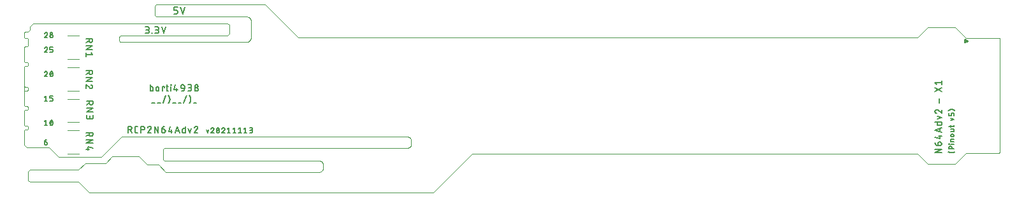
<source format=gto>
G04 EAGLE Gerber X2 export*
%TF.Part,Single*%
%TF.FileFunction,Other,silk top*%
%TF.FilePolarity,Positive*%
%TF.GenerationSoftware,Autodesk,EAGLE,9.6.2*%
%TF.CreationDate,2021-11-14T09:40:45Z*%
G75*
%MOMM*%
%FSLAX34Y34*%
%LPD*%
%INsilk top*%
%AMOC8*
5,1,8,0,0,1.08239X$1,22.5*%
G01*
%ADD10C,0.000000*%
%ADD11C,0.127000*%
%ADD12C,0.152400*%
%ADD13C,0.101600*%

G36*
X1249965Y99274D02*
X1249965Y99274D01*
X1249973Y99274D01*
X1250024Y99289D01*
X1250231Y99343D01*
X1250264Y99363D01*
X1250294Y99372D01*
X1254294Y101372D01*
X1254376Y101429D01*
X1254463Y101478D01*
X1254493Y101509D01*
X1254528Y101533D01*
X1254591Y101611D01*
X1254661Y101682D01*
X1254681Y101720D01*
X1254708Y101753D01*
X1254747Y101845D01*
X1254794Y101933D01*
X1254803Y101975D01*
X1254820Y102015D01*
X1254832Y102114D01*
X1254853Y102211D01*
X1254850Y102254D01*
X1254855Y102297D01*
X1254840Y102395D01*
X1254832Y102495D01*
X1254817Y102535D01*
X1254811Y102578D01*
X1254768Y102668D01*
X1254734Y102761D01*
X1254708Y102796D01*
X1254690Y102835D01*
X1254624Y102910D01*
X1254565Y102990D01*
X1254534Y103013D01*
X1254503Y103049D01*
X1254370Y103134D01*
X1254363Y103141D01*
X1254349Y103148D01*
X1254294Y103188D01*
X1250294Y105188D01*
X1250286Y105191D01*
X1250279Y105196D01*
X1250151Y105236D01*
X1250024Y105278D01*
X1250016Y105279D01*
X1250008Y105281D01*
X1249873Y105285D01*
X1249740Y105290D01*
X1249732Y105288D01*
X1249724Y105289D01*
X1249594Y105255D01*
X1249464Y105223D01*
X1249457Y105219D01*
X1249449Y105217D01*
X1249334Y105149D01*
X1249217Y105082D01*
X1249212Y105076D01*
X1249204Y105072D01*
X1249112Y104974D01*
X1249020Y104878D01*
X1249016Y104870D01*
X1249010Y104864D01*
X1248949Y104745D01*
X1248886Y104627D01*
X1248884Y104619D01*
X1248880Y104611D01*
X1248872Y104559D01*
X1248827Y104349D01*
X1248830Y104311D01*
X1248825Y104280D01*
X1248825Y100280D01*
X1248826Y100272D01*
X1248825Y100263D01*
X1248846Y100131D01*
X1248865Y99999D01*
X1248868Y99991D01*
X1248869Y99982D01*
X1248926Y99861D01*
X1248981Y99739D01*
X1248986Y99733D01*
X1248990Y99725D01*
X1249078Y99624D01*
X1249165Y99522D01*
X1249172Y99517D01*
X1249177Y99511D01*
X1249290Y99439D01*
X1249401Y99365D01*
X1249409Y99362D01*
X1249416Y99357D01*
X1249545Y99319D01*
X1249672Y99279D01*
X1249681Y99279D01*
X1249689Y99276D01*
X1249823Y99275D01*
X1249956Y99271D01*
X1249965Y99274D01*
G37*
D10*
X0Y-36000D02*
X3000Y-39000D01*
X32500Y-39000D01*
X0Y113500D02*
X1000Y114500D01*
X0Y113500D02*
X0Y107500D01*
X0Y94000D02*
X0Y75000D01*
X1000Y74000D01*
X4000Y74000D01*
X5000Y73000D01*
X5000Y70000D02*
X4000Y69000D01*
X1000Y69000D01*
X0Y68000D01*
X5000Y70000D02*
X5000Y73000D01*
X0Y68000D02*
X0Y42500D01*
X1000Y41500D01*
X4000Y41500D01*
X5000Y40500D01*
X5000Y37500D02*
X4000Y36500D01*
X1000Y36500D01*
X0Y35500D01*
X5000Y37500D02*
X5000Y40500D01*
X0Y42000D02*
X0Y35500D01*
X0Y16500D02*
X1000Y15500D01*
X4000Y15500D01*
X5000Y14500D01*
X5000Y11500D02*
X4000Y10500D01*
X1000Y10500D01*
X0Y9500D01*
X5000Y11500D02*
X5000Y14500D01*
X0Y-16500D02*
X0Y-36000D01*
X0Y-9500D02*
X0Y9500D01*
X0Y16500D02*
X0Y35500D01*
X0Y-9500D02*
X1000Y-10500D01*
X4000Y-10500D02*
X5000Y-11500D01*
X4000Y-10500D02*
X1000Y-10500D01*
X5000Y-11500D02*
X5000Y-14500D01*
X4000Y-15500D01*
X1000Y-15500D01*
X0Y-16500D01*
X1000Y106500D02*
X0Y107500D01*
X1000Y106500D02*
X4000Y106500D01*
X5000Y105500D01*
X5000Y96000D01*
X4000Y95000D01*
X1000Y95000D01*
X0Y94000D01*
D11*
X26695Y-31935D02*
X28981Y-31935D01*
X29058Y-31937D01*
X29135Y-31943D01*
X29212Y-31953D01*
X29288Y-31966D01*
X29363Y-31984D01*
X29437Y-32005D01*
X29510Y-32030D01*
X29582Y-32059D01*
X29652Y-32091D01*
X29721Y-32126D01*
X29787Y-32166D01*
X29852Y-32208D01*
X29914Y-32254D01*
X29974Y-32303D01*
X30031Y-32354D01*
X30086Y-32409D01*
X30137Y-32466D01*
X30186Y-32526D01*
X30232Y-32588D01*
X30274Y-32653D01*
X30314Y-32719D01*
X30349Y-32788D01*
X30381Y-32858D01*
X30410Y-32930D01*
X30435Y-33003D01*
X30456Y-33077D01*
X30474Y-33152D01*
X30487Y-33228D01*
X30497Y-33305D01*
X30503Y-33382D01*
X30505Y-33459D01*
X30505Y-33840D01*
X30503Y-33925D01*
X30497Y-34011D01*
X30488Y-34096D01*
X30474Y-34180D01*
X30457Y-34264D01*
X30436Y-34347D01*
X30412Y-34429D01*
X30384Y-34509D01*
X30352Y-34589D01*
X30316Y-34667D01*
X30278Y-34743D01*
X30235Y-34817D01*
X30190Y-34889D01*
X30141Y-34960D01*
X30089Y-35028D01*
X30035Y-35093D01*
X29977Y-35156D01*
X29916Y-35217D01*
X29853Y-35275D01*
X29788Y-35329D01*
X29720Y-35381D01*
X29649Y-35430D01*
X29577Y-35475D01*
X29503Y-35518D01*
X29427Y-35556D01*
X29349Y-35592D01*
X29269Y-35624D01*
X29189Y-35652D01*
X29107Y-35676D01*
X29024Y-35697D01*
X28940Y-35714D01*
X28856Y-35728D01*
X28771Y-35737D01*
X28685Y-35743D01*
X28600Y-35745D01*
X28515Y-35743D01*
X28429Y-35737D01*
X28344Y-35728D01*
X28260Y-35714D01*
X28176Y-35697D01*
X28093Y-35676D01*
X28011Y-35652D01*
X27931Y-35624D01*
X27851Y-35592D01*
X27773Y-35556D01*
X27697Y-35518D01*
X27623Y-35475D01*
X27551Y-35430D01*
X27480Y-35381D01*
X27412Y-35329D01*
X27347Y-35275D01*
X27284Y-35217D01*
X27223Y-35156D01*
X27165Y-35093D01*
X27111Y-35028D01*
X27059Y-34960D01*
X27010Y-34889D01*
X26965Y-34817D01*
X26922Y-34743D01*
X26884Y-34667D01*
X26848Y-34589D01*
X26816Y-34509D01*
X26788Y-34429D01*
X26764Y-34347D01*
X26743Y-34264D01*
X26726Y-34180D01*
X26712Y-34096D01*
X26703Y-34011D01*
X26697Y-33925D01*
X26695Y-33840D01*
X26695Y-31935D01*
X26697Y-31826D01*
X26703Y-31718D01*
X26712Y-31609D01*
X26726Y-31501D01*
X26743Y-31394D01*
X26765Y-31287D01*
X26790Y-31181D01*
X26818Y-31076D01*
X26851Y-30972D01*
X26887Y-30870D01*
X26927Y-30769D01*
X26970Y-30669D01*
X27017Y-30571D01*
X27068Y-30474D01*
X27122Y-30380D01*
X27179Y-30287D01*
X27239Y-30197D01*
X27303Y-30108D01*
X27370Y-30022D01*
X27439Y-29939D01*
X27512Y-29858D01*
X27588Y-29780D01*
X27666Y-29704D01*
X27747Y-29631D01*
X27830Y-29562D01*
X27916Y-29495D01*
X28005Y-29431D01*
X28095Y-29371D01*
X28188Y-29314D01*
X28282Y-29260D01*
X28379Y-29209D01*
X28477Y-29162D01*
X28577Y-29119D01*
X28678Y-29079D01*
X28780Y-29043D01*
X28884Y-29010D01*
X28989Y-28982D01*
X29095Y-28957D01*
X29202Y-28935D01*
X29309Y-28918D01*
X29417Y-28904D01*
X29526Y-28895D01*
X29634Y-28889D01*
X29743Y-28887D01*
X26695Y-4411D02*
X28600Y-2887D01*
X28600Y-9745D01*
X26695Y-9745D02*
X30505Y-9745D01*
X34010Y-6316D02*
X34012Y-6174D01*
X34017Y-6031D01*
X34026Y-5889D01*
X34039Y-5747D01*
X34055Y-5606D01*
X34074Y-5465D01*
X34098Y-5324D01*
X34124Y-5184D01*
X34155Y-5045D01*
X34189Y-4907D01*
X34226Y-4769D01*
X34266Y-4633D01*
X34311Y-4497D01*
X34358Y-4363D01*
X34409Y-4230D01*
X34463Y-4098D01*
X34521Y-3968D01*
X34582Y-3839D01*
X34581Y-3840D02*
X34607Y-3771D01*
X34636Y-3705D01*
X34668Y-3639D01*
X34703Y-3576D01*
X34742Y-3514D01*
X34784Y-3454D01*
X34829Y-3397D01*
X34877Y-3342D01*
X34928Y-3290D01*
X34981Y-3240D01*
X35037Y-3194D01*
X35095Y-3150D01*
X35156Y-3109D01*
X35218Y-3071D01*
X35282Y-3037D01*
X35348Y-3006D01*
X35416Y-2978D01*
X35485Y-2954D01*
X35555Y-2934D01*
X35626Y-2917D01*
X35697Y-2904D01*
X35769Y-2895D01*
X35842Y-2889D01*
X35915Y-2887D01*
X35988Y-2889D01*
X36061Y-2895D01*
X36133Y-2904D01*
X36204Y-2917D01*
X36275Y-2934D01*
X36345Y-2954D01*
X36414Y-2978D01*
X36482Y-3006D01*
X36548Y-3037D01*
X36612Y-3071D01*
X36674Y-3109D01*
X36735Y-3150D01*
X36793Y-3194D01*
X36849Y-3240D01*
X36902Y-3290D01*
X36953Y-3342D01*
X37001Y-3397D01*
X37046Y-3454D01*
X37088Y-3514D01*
X37127Y-3576D01*
X37162Y-3639D01*
X37194Y-3705D01*
X37223Y-3771D01*
X37249Y-3840D01*
X37249Y-3839D02*
X37310Y-3968D01*
X37368Y-4098D01*
X37422Y-4230D01*
X37473Y-4363D01*
X37520Y-4497D01*
X37565Y-4633D01*
X37605Y-4769D01*
X37642Y-4907D01*
X37676Y-5045D01*
X37707Y-5184D01*
X37733Y-5324D01*
X37757Y-5465D01*
X37776Y-5606D01*
X37792Y-5747D01*
X37805Y-5889D01*
X37814Y-6031D01*
X37819Y-6174D01*
X37821Y-6316D01*
X34010Y-6316D02*
X34012Y-6458D01*
X34017Y-6601D01*
X34026Y-6743D01*
X34039Y-6885D01*
X34055Y-7026D01*
X34074Y-7167D01*
X34098Y-7308D01*
X34124Y-7448D01*
X34155Y-7587D01*
X34189Y-7725D01*
X34226Y-7863D01*
X34266Y-7999D01*
X34311Y-8135D01*
X34358Y-8269D01*
X34409Y-8402D01*
X34463Y-8534D01*
X34521Y-8664D01*
X34582Y-8793D01*
X34581Y-8792D02*
X34607Y-8861D01*
X34636Y-8927D01*
X34668Y-8993D01*
X34703Y-9056D01*
X34742Y-9118D01*
X34784Y-9178D01*
X34829Y-9235D01*
X34877Y-9290D01*
X34928Y-9342D01*
X34981Y-9392D01*
X35037Y-9438D01*
X35095Y-9482D01*
X35156Y-9523D01*
X35218Y-9561D01*
X35282Y-9595D01*
X35348Y-9626D01*
X35416Y-9654D01*
X35485Y-9678D01*
X35555Y-9698D01*
X35626Y-9715D01*
X35697Y-9728D01*
X35769Y-9737D01*
X35842Y-9743D01*
X35915Y-9745D01*
X37249Y-8793D02*
X37310Y-8664D01*
X37368Y-8534D01*
X37422Y-8402D01*
X37473Y-8269D01*
X37520Y-8135D01*
X37565Y-7999D01*
X37605Y-7863D01*
X37642Y-7725D01*
X37676Y-7587D01*
X37707Y-7448D01*
X37733Y-7308D01*
X37757Y-7167D01*
X37776Y-7026D01*
X37792Y-6885D01*
X37805Y-6743D01*
X37814Y-6601D01*
X37819Y-6458D01*
X37821Y-6316D01*
X37249Y-8792D02*
X37223Y-8861D01*
X37194Y-8927D01*
X37162Y-8993D01*
X37127Y-9056D01*
X37088Y-9118D01*
X37046Y-9178D01*
X37001Y-9235D01*
X36953Y-9290D01*
X36902Y-9342D01*
X36849Y-9392D01*
X36793Y-9438D01*
X36735Y-9482D01*
X36674Y-9523D01*
X36612Y-9561D01*
X36548Y-9595D01*
X36482Y-9626D01*
X36414Y-9654D01*
X36345Y-9678D01*
X36275Y-9698D01*
X36204Y-9715D01*
X36133Y-9728D01*
X36061Y-9737D01*
X35988Y-9743D01*
X35915Y-9745D01*
X34391Y-8221D02*
X37439Y-4411D01*
X26695Y28089D02*
X28600Y29613D01*
X28600Y22755D01*
X26695Y22755D02*
X30505Y22755D01*
X34010Y22755D02*
X36296Y22755D01*
X36373Y22757D01*
X36450Y22763D01*
X36527Y22773D01*
X36603Y22786D01*
X36678Y22804D01*
X36752Y22825D01*
X36825Y22850D01*
X36897Y22879D01*
X36967Y22911D01*
X37036Y22946D01*
X37102Y22986D01*
X37167Y23028D01*
X37229Y23074D01*
X37289Y23123D01*
X37346Y23174D01*
X37401Y23229D01*
X37452Y23286D01*
X37501Y23346D01*
X37547Y23408D01*
X37589Y23473D01*
X37629Y23539D01*
X37664Y23608D01*
X37696Y23678D01*
X37725Y23750D01*
X37750Y23823D01*
X37771Y23897D01*
X37789Y23972D01*
X37802Y24048D01*
X37812Y24125D01*
X37818Y24202D01*
X37820Y24279D01*
X37820Y25041D01*
X37818Y25118D01*
X37812Y25195D01*
X37802Y25272D01*
X37789Y25348D01*
X37771Y25423D01*
X37750Y25497D01*
X37725Y25570D01*
X37696Y25642D01*
X37664Y25712D01*
X37629Y25781D01*
X37589Y25847D01*
X37547Y25912D01*
X37501Y25974D01*
X37452Y26034D01*
X37401Y26091D01*
X37346Y26146D01*
X37289Y26197D01*
X37229Y26246D01*
X37167Y26292D01*
X37102Y26334D01*
X37036Y26374D01*
X36967Y26409D01*
X36897Y26441D01*
X36825Y26470D01*
X36752Y26495D01*
X36678Y26516D01*
X36603Y26534D01*
X36527Y26547D01*
X36450Y26557D01*
X36373Y26563D01*
X36296Y26565D01*
X34010Y26565D01*
X34010Y29613D01*
X37820Y29613D01*
X30506Y60399D02*
X30504Y60481D01*
X30498Y60562D01*
X30489Y60643D01*
X30475Y60724D01*
X30458Y60803D01*
X30437Y60882D01*
X30412Y60960D01*
X30383Y61036D01*
X30351Y61111D01*
X30315Y61185D01*
X30276Y61257D01*
X30234Y61326D01*
X30188Y61394D01*
X30139Y61459D01*
X30087Y61522D01*
X30032Y61582D01*
X29974Y61640D01*
X29914Y61695D01*
X29851Y61747D01*
X29786Y61796D01*
X29718Y61842D01*
X29649Y61884D01*
X29577Y61923D01*
X29503Y61959D01*
X29428Y61991D01*
X29352Y62020D01*
X29274Y62045D01*
X29195Y62066D01*
X29116Y62083D01*
X29035Y62097D01*
X28954Y62106D01*
X28873Y62112D01*
X28791Y62114D01*
X28791Y62113D02*
X28699Y62111D01*
X28607Y62105D01*
X28515Y62096D01*
X28423Y62082D01*
X28333Y62065D01*
X28243Y62044D01*
X28154Y62019D01*
X28066Y61990D01*
X27979Y61958D01*
X27894Y61922D01*
X27811Y61883D01*
X27729Y61840D01*
X27649Y61794D01*
X27571Y61744D01*
X27495Y61692D01*
X27422Y61636D01*
X27351Y61577D01*
X27282Y61515D01*
X27216Y61450D01*
X27153Y61383D01*
X27093Y61313D01*
X27035Y61241D01*
X26981Y61166D01*
X26930Y61089D01*
X26882Y61010D01*
X26838Y60929D01*
X26797Y60846D01*
X26759Y60762D01*
X26725Y60676D01*
X26695Y60589D01*
X29934Y59065D02*
X29993Y59124D01*
X30049Y59185D01*
X30102Y59248D01*
X30153Y59314D01*
X30200Y59382D01*
X30244Y59452D01*
X30285Y59524D01*
X30323Y59598D01*
X30357Y59673D01*
X30388Y59750D01*
X30415Y59828D01*
X30439Y59908D01*
X30460Y59988D01*
X30476Y60069D01*
X30489Y60151D01*
X30499Y60233D01*
X30504Y60316D01*
X30506Y60399D01*
X29934Y59065D02*
X26695Y55255D01*
X30505Y55255D01*
X34010Y58684D02*
X34012Y58826D01*
X34017Y58969D01*
X34026Y59111D01*
X34039Y59253D01*
X34055Y59394D01*
X34074Y59535D01*
X34098Y59676D01*
X34124Y59816D01*
X34155Y59955D01*
X34189Y60093D01*
X34226Y60231D01*
X34266Y60367D01*
X34311Y60503D01*
X34358Y60637D01*
X34409Y60770D01*
X34463Y60902D01*
X34521Y61032D01*
X34582Y61161D01*
X34581Y61160D02*
X34607Y61229D01*
X34636Y61295D01*
X34668Y61361D01*
X34703Y61424D01*
X34742Y61486D01*
X34784Y61546D01*
X34829Y61603D01*
X34877Y61658D01*
X34928Y61710D01*
X34981Y61760D01*
X35037Y61806D01*
X35095Y61850D01*
X35156Y61891D01*
X35218Y61929D01*
X35282Y61963D01*
X35348Y61994D01*
X35416Y62022D01*
X35485Y62046D01*
X35555Y62066D01*
X35626Y62083D01*
X35697Y62096D01*
X35769Y62105D01*
X35842Y62111D01*
X35915Y62113D01*
X35988Y62111D01*
X36061Y62105D01*
X36133Y62096D01*
X36204Y62083D01*
X36275Y62066D01*
X36345Y62046D01*
X36414Y62022D01*
X36482Y61994D01*
X36548Y61963D01*
X36612Y61929D01*
X36674Y61891D01*
X36735Y61850D01*
X36793Y61806D01*
X36849Y61760D01*
X36902Y61710D01*
X36953Y61658D01*
X37001Y61603D01*
X37046Y61546D01*
X37088Y61486D01*
X37127Y61424D01*
X37162Y61361D01*
X37194Y61295D01*
X37223Y61229D01*
X37249Y61160D01*
X37249Y61161D02*
X37310Y61032D01*
X37368Y60902D01*
X37422Y60770D01*
X37473Y60637D01*
X37520Y60503D01*
X37565Y60367D01*
X37605Y60231D01*
X37642Y60093D01*
X37676Y59955D01*
X37707Y59816D01*
X37733Y59676D01*
X37757Y59535D01*
X37776Y59394D01*
X37792Y59253D01*
X37805Y59111D01*
X37814Y58969D01*
X37819Y58826D01*
X37821Y58684D01*
X34010Y58684D02*
X34012Y58542D01*
X34017Y58399D01*
X34026Y58257D01*
X34039Y58115D01*
X34055Y57974D01*
X34074Y57833D01*
X34098Y57692D01*
X34124Y57552D01*
X34155Y57413D01*
X34189Y57275D01*
X34226Y57137D01*
X34266Y57001D01*
X34311Y56865D01*
X34358Y56731D01*
X34409Y56598D01*
X34463Y56466D01*
X34521Y56336D01*
X34582Y56207D01*
X34581Y56208D02*
X34607Y56139D01*
X34636Y56073D01*
X34668Y56007D01*
X34703Y55944D01*
X34742Y55882D01*
X34784Y55822D01*
X34829Y55765D01*
X34877Y55710D01*
X34928Y55658D01*
X34981Y55608D01*
X35037Y55562D01*
X35095Y55518D01*
X35156Y55477D01*
X35218Y55439D01*
X35282Y55405D01*
X35348Y55374D01*
X35416Y55346D01*
X35485Y55322D01*
X35555Y55302D01*
X35626Y55285D01*
X35697Y55272D01*
X35769Y55263D01*
X35842Y55257D01*
X35915Y55255D01*
X37249Y56207D02*
X37310Y56336D01*
X37368Y56466D01*
X37422Y56598D01*
X37473Y56731D01*
X37520Y56865D01*
X37565Y57001D01*
X37605Y57137D01*
X37642Y57275D01*
X37676Y57413D01*
X37707Y57552D01*
X37733Y57692D01*
X37757Y57833D01*
X37776Y57974D01*
X37792Y58115D01*
X37805Y58257D01*
X37814Y58399D01*
X37819Y58542D01*
X37821Y58684D01*
X37249Y56208D02*
X37223Y56139D01*
X37194Y56073D01*
X37162Y56007D01*
X37127Y55944D01*
X37088Y55882D01*
X37046Y55822D01*
X37001Y55765D01*
X36953Y55710D01*
X36902Y55658D01*
X36849Y55608D01*
X36793Y55562D01*
X36735Y55518D01*
X36674Y55477D01*
X36612Y55439D01*
X36548Y55405D01*
X36482Y55374D01*
X36414Y55346D01*
X36345Y55322D01*
X36275Y55302D01*
X36204Y55285D01*
X36133Y55272D01*
X36061Y55263D01*
X35988Y55257D01*
X35915Y55255D01*
X34391Y56779D02*
X37439Y60589D01*
X30506Y92899D02*
X30504Y92981D01*
X30498Y93062D01*
X30489Y93143D01*
X30475Y93224D01*
X30458Y93303D01*
X30437Y93382D01*
X30412Y93460D01*
X30383Y93536D01*
X30351Y93611D01*
X30315Y93685D01*
X30276Y93757D01*
X30234Y93826D01*
X30188Y93894D01*
X30139Y93959D01*
X30087Y94022D01*
X30032Y94082D01*
X29974Y94140D01*
X29914Y94195D01*
X29851Y94247D01*
X29786Y94296D01*
X29718Y94342D01*
X29649Y94384D01*
X29577Y94423D01*
X29503Y94459D01*
X29428Y94491D01*
X29352Y94520D01*
X29274Y94545D01*
X29195Y94566D01*
X29116Y94583D01*
X29035Y94597D01*
X28954Y94606D01*
X28873Y94612D01*
X28791Y94614D01*
X28791Y94613D02*
X28699Y94611D01*
X28607Y94605D01*
X28515Y94596D01*
X28423Y94582D01*
X28333Y94565D01*
X28243Y94544D01*
X28154Y94519D01*
X28066Y94490D01*
X27979Y94458D01*
X27894Y94422D01*
X27811Y94383D01*
X27729Y94340D01*
X27649Y94294D01*
X27571Y94244D01*
X27495Y94192D01*
X27422Y94136D01*
X27351Y94077D01*
X27282Y94015D01*
X27216Y93950D01*
X27153Y93883D01*
X27093Y93813D01*
X27035Y93741D01*
X26981Y93666D01*
X26930Y93589D01*
X26882Y93510D01*
X26838Y93429D01*
X26797Y93346D01*
X26759Y93262D01*
X26725Y93176D01*
X26695Y93089D01*
X29934Y91565D02*
X29993Y91624D01*
X30049Y91685D01*
X30102Y91748D01*
X30153Y91814D01*
X30200Y91882D01*
X30244Y91952D01*
X30285Y92024D01*
X30323Y92098D01*
X30357Y92173D01*
X30388Y92250D01*
X30415Y92328D01*
X30439Y92408D01*
X30460Y92488D01*
X30476Y92569D01*
X30489Y92651D01*
X30499Y92733D01*
X30504Y92816D01*
X30506Y92899D01*
X29934Y91565D02*
X26695Y87755D01*
X30505Y87755D01*
X34010Y87755D02*
X36296Y87755D01*
X36373Y87757D01*
X36450Y87763D01*
X36527Y87773D01*
X36603Y87786D01*
X36678Y87804D01*
X36752Y87825D01*
X36825Y87850D01*
X36897Y87879D01*
X36967Y87911D01*
X37036Y87946D01*
X37102Y87986D01*
X37167Y88028D01*
X37229Y88074D01*
X37289Y88123D01*
X37346Y88174D01*
X37401Y88229D01*
X37452Y88286D01*
X37501Y88346D01*
X37547Y88408D01*
X37589Y88473D01*
X37629Y88539D01*
X37664Y88608D01*
X37696Y88678D01*
X37725Y88750D01*
X37750Y88823D01*
X37771Y88897D01*
X37789Y88972D01*
X37802Y89048D01*
X37812Y89125D01*
X37818Y89202D01*
X37820Y89279D01*
X37820Y90041D01*
X37818Y90118D01*
X37812Y90195D01*
X37802Y90272D01*
X37789Y90348D01*
X37771Y90423D01*
X37750Y90497D01*
X37725Y90570D01*
X37696Y90642D01*
X37664Y90712D01*
X37629Y90781D01*
X37589Y90847D01*
X37547Y90912D01*
X37501Y90974D01*
X37452Y91034D01*
X37401Y91091D01*
X37346Y91146D01*
X37289Y91197D01*
X37229Y91246D01*
X37167Y91292D01*
X37102Y91334D01*
X37036Y91374D01*
X36967Y91409D01*
X36897Y91441D01*
X36825Y91470D01*
X36752Y91495D01*
X36678Y91516D01*
X36603Y91534D01*
X36527Y91547D01*
X36450Y91557D01*
X36373Y91563D01*
X36296Y91565D01*
X34010Y91565D01*
X34010Y94613D01*
X37820Y94613D01*
X30506Y112399D02*
X30504Y112481D01*
X30498Y112562D01*
X30489Y112643D01*
X30475Y112724D01*
X30458Y112803D01*
X30437Y112882D01*
X30412Y112960D01*
X30383Y113036D01*
X30351Y113111D01*
X30315Y113185D01*
X30276Y113257D01*
X30234Y113326D01*
X30188Y113394D01*
X30139Y113459D01*
X30087Y113522D01*
X30032Y113582D01*
X29974Y113640D01*
X29914Y113695D01*
X29851Y113747D01*
X29786Y113796D01*
X29718Y113842D01*
X29649Y113884D01*
X29577Y113923D01*
X29503Y113959D01*
X29428Y113991D01*
X29352Y114020D01*
X29274Y114045D01*
X29195Y114066D01*
X29116Y114083D01*
X29035Y114097D01*
X28954Y114106D01*
X28873Y114112D01*
X28791Y114114D01*
X28791Y114113D02*
X28699Y114111D01*
X28607Y114105D01*
X28515Y114096D01*
X28423Y114082D01*
X28333Y114065D01*
X28243Y114044D01*
X28154Y114019D01*
X28066Y113990D01*
X27979Y113958D01*
X27894Y113922D01*
X27811Y113883D01*
X27729Y113840D01*
X27649Y113794D01*
X27571Y113744D01*
X27495Y113692D01*
X27422Y113636D01*
X27351Y113577D01*
X27282Y113515D01*
X27216Y113450D01*
X27153Y113383D01*
X27093Y113313D01*
X27035Y113241D01*
X26981Y113166D01*
X26930Y113089D01*
X26882Y113010D01*
X26838Y112929D01*
X26797Y112846D01*
X26759Y112762D01*
X26725Y112676D01*
X26695Y112589D01*
X29934Y111065D02*
X29993Y111124D01*
X30049Y111185D01*
X30102Y111248D01*
X30153Y111314D01*
X30200Y111382D01*
X30244Y111452D01*
X30285Y111524D01*
X30323Y111598D01*
X30357Y111673D01*
X30388Y111750D01*
X30415Y111828D01*
X30439Y111908D01*
X30460Y111988D01*
X30476Y112069D01*
X30489Y112151D01*
X30499Y112233D01*
X30504Y112316D01*
X30506Y112399D01*
X29934Y111065D02*
X26695Y107255D01*
X30505Y107255D01*
X34010Y109160D02*
X34012Y109245D01*
X34018Y109331D01*
X34027Y109416D01*
X34041Y109500D01*
X34058Y109584D01*
X34079Y109667D01*
X34103Y109749D01*
X34131Y109829D01*
X34163Y109909D01*
X34199Y109987D01*
X34237Y110063D01*
X34280Y110137D01*
X34325Y110209D01*
X34374Y110280D01*
X34426Y110348D01*
X34480Y110413D01*
X34538Y110476D01*
X34599Y110537D01*
X34662Y110595D01*
X34727Y110649D01*
X34795Y110701D01*
X34866Y110750D01*
X34938Y110795D01*
X35012Y110838D01*
X35088Y110876D01*
X35166Y110912D01*
X35246Y110944D01*
X35326Y110972D01*
X35408Y110996D01*
X35491Y111017D01*
X35575Y111034D01*
X35659Y111048D01*
X35744Y111057D01*
X35830Y111063D01*
X35915Y111065D01*
X36000Y111063D01*
X36086Y111057D01*
X36171Y111048D01*
X36255Y111034D01*
X36339Y111017D01*
X36422Y110996D01*
X36504Y110972D01*
X36584Y110944D01*
X36664Y110912D01*
X36742Y110876D01*
X36818Y110838D01*
X36892Y110795D01*
X36964Y110750D01*
X37035Y110701D01*
X37103Y110649D01*
X37168Y110595D01*
X37231Y110537D01*
X37292Y110476D01*
X37350Y110413D01*
X37404Y110348D01*
X37456Y110280D01*
X37505Y110209D01*
X37550Y110137D01*
X37593Y110063D01*
X37631Y109987D01*
X37667Y109909D01*
X37699Y109829D01*
X37727Y109749D01*
X37751Y109667D01*
X37772Y109584D01*
X37789Y109500D01*
X37803Y109416D01*
X37812Y109331D01*
X37818Y109245D01*
X37820Y109160D01*
X37818Y109075D01*
X37812Y108989D01*
X37803Y108904D01*
X37789Y108820D01*
X37772Y108736D01*
X37751Y108653D01*
X37727Y108571D01*
X37699Y108491D01*
X37667Y108411D01*
X37631Y108333D01*
X37593Y108257D01*
X37550Y108183D01*
X37505Y108111D01*
X37456Y108040D01*
X37404Y107972D01*
X37350Y107907D01*
X37292Y107844D01*
X37231Y107783D01*
X37168Y107725D01*
X37103Y107671D01*
X37035Y107619D01*
X36964Y107570D01*
X36892Y107525D01*
X36818Y107482D01*
X36742Y107444D01*
X36664Y107408D01*
X36584Y107376D01*
X36504Y107348D01*
X36422Y107324D01*
X36339Y107303D01*
X36255Y107286D01*
X36171Y107272D01*
X36086Y107263D01*
X36000Y107257D01*
X35915Y107255D01*
X35830Y107257D01*
X35744Y107263D01*
X35659Y107272D01*
X35575Y107286D01*
X35491Y107303D01*
X35408Y107324D01*
X35326Y107348D01*
X35246Y107376D01*
X35166Y107408D01*
X35088Y107444D01*
X35012Y107482D01*
X34938Y107525D01*
X34866Y107570D01*
X34795Y107619D01*
X34727Y107671D01*
X34662Y107725D01*
X34599Y107783D01*
X34538Y107844D01*
X34480Y107907D01*
X34426Y107972D01*
X34374Y108040D01*
X34325Y108111D01*
X34280Y108183D01*
X34237Y108257D01*
X34199Y108333D01*
X34163Y108411D01*
X34131Y108491D01*
X34103Y108571D01*
X34079Y108653D01*
X34058Y108736D01*
X34041Y108820D01*
X34027Y108904D01*
X34018Y108989D01*
X34012Y109075D01*
X34010Y109160D01*
X34391Y112589D02*
X34393Y112666D01*
X34399Y112743D01*
X34409Y112820D01*
X34422Y112896D01*
X34440Y112971D01*
X34461Y113045D01*
X34486Y113118D01*
X34515Y113190D01*
X34547Y113260D01*
X34582Y113329D01*
X34622Y113395D01*
X34664Y113460D01*
X34710Y113522D01*
X34759Y113582D01*
X34810Y113639D01*
X34865Y113694D01*
X34922Y113745D01*
X34982Y113794D01*
X35044Y113840D01*
X35109Y113882D01*
X35175Y113922D01*
X35244Y113957D01*
X35314Y113989D01*
X35386Y114018D01*
X35459Y114043D01*
X35533Y114064D01*
X35608Y114082D01*
X35684Y114095D01*
X35761Y114105D01*
X35838Y114111D01*
X35915Y114113D01*
X35992Y114111D01*
X36069Y114105D01*
X36146Y114095D01*
X36222Y114082D01*
X36297Y114064D01*
X36371Y114043D01*
X36444Y114018D01*
X36516Y113989D01*
X36586Y113957D01*
X36655Y113922D01*
X36721Y113882D01*
X36786Y113840D01*
X36848Y113794D01*
X36908Y113745D01*
X36965Y113694D01*
X37020Y113639D01*
X37071Y113582D01*
X37120Y113522D01*
X37166Y113460D01*
X37208Y113395D01*
X37248Y113329D01*
X37283Y113260D01*
X37315Y113190D01*
X37344Y113118D01*
X37369Y113045D01*
X37390Y112971D01*
X37408Y112896D01*
X37421Y112820D01*
X37431Y112743D01*
X37437Y112666D01*
X37439Y112589D01*
X37437Y112512D01*
X37431Y112435D01*
X37421Y112358D01*
X37408Y112282D01*
X37390Y112207D01*
X37369Y112133D01*
X37344Y112060D01*
X37315Y111988D01*
X37283Y111918D01*
X37248Y111849D01*
X37208Y111783D01*
X37166Y111718D01*
X37120Y111656D01*
X37071Y111596D01*
X37020Y111539D01*
X36965Y111484D01*
X36908Y111433D01*
X36848Y111384D01*
X36786Y111338D01*
X36721Y111296D01*
X36655Y111256D01*
X36586Y111221D01*
X36516Y111189D01*
X36444Y111160D01*
X36371Y111135D01*
X36297Y111114D01*
X36222Y111096D01*
X36146Y111083D01*
X36069Y111073D01*
X35992Y111067D01*
X35915Y111065D01*
X35838Y111067D01*
X35761Y111073D01*
X35684Y111083D01*
X35608Y111096D01*
X35533Y111114D01*
X35459Y111135D01*
X35386Y111160D01*
X35314Y111189D01*
X35244Y111221D01*
X35175Y111256D01*
X35109Y111296D01*
X35044Y111338D01*
X34982Y111384D01*
X34922Y111433D01*
X34865Y111484D01*
X34810Y111539D01*
X34759Y111596D01*
X34710Y111656D01*
X34664Y111718D01*
X34622Y111783D01*
X34582Y111849D01*
X34547Y111918D01*
X34515Y111988D01*
X34486Y112060D01*
X34461Y112133D01*
X34440Y112207D01*
X34422Y112282D01*
X34409Y112358D01*
X34399Y112435D01*
X34393Y112512D01*
X34391Y112589D01*
X1227625Y-44781D02*
X1227746Y-44880D01*
X1227870Y-44977D01*
X1227996Y-45070D01*
X1228125Y-45160D01*
X1228255Y-45248D01*
X1228388Y-45332D01*
X1228522Y-45413D01*
X1228658Y-45490D01*
X1228797Y-45564D01*
X1228937Y-45635D01*
X1229078Y-45703D01*
X1229222Y-45767D01*
X1229366Y-45828D01*
X1229513Y-45885D01*
X1229660Y-45939D01*
X1229809Y-45989D01*
X1229959Y-46035D01*
X1230110Y-46078D01*
X1230262Y-46117D01*
X1230414Y-46153D01*
X1230568Y-46185D01*
X1230723Y-46213D01*
X1230878Y-46237D01*
X1231033Y-46258D01*
X1231189Y-46275D01*
X1231346Y-46288D01*
X1231502Y-46297D01*
X1231659Y-46303D01*
X1231816Y-46305D01*
X1231973Y-46303D01*
X1232130Y-46297D01*
X1232286Y-46288D01*
X1232443Y-46275D01*
X1232599Y-46258D01*
X1232754Y-46237D01*
X1232909Y-46213D01*
X1233064Y-46185D01*
X1233218Y-46153D01*
X1233370Y-46117D01*
X1233522Y-46078D01*
X1233673Y-46035D01*
X1233823Y-45989D01*
X1233972Y-45939D01*
X1234119Y-45885D01*
X1234266Y-45828D01*
X1234410Y-45767D01*
X1234554Y-45703D01*
X1234695Y-45635D01*
X1234835Y-45564D01*
X1234974Y-45490D01*
X1235110Y-45413D01*
X1235244Y-45332D01*
X1235377Y-45248D01*
X1235507Y-45160D01*
X1235636Y-45070D01*
X1235762Y-44977D01*
X1235886Y-44880D01*
X1236007Y-44781D01*
X1235245Y-41220D02*
X1228387Y-41220D01*
X1228387Y-39315D01*
X1228389Y-39230D01*
X1228395Y-39144D01*
X1228404Y-39059D01*
X1228418Y-38975D01*
X1228435Y-38891D01*
X1228456Y-38808D01*
X1228480Y-38726D01*
X1228508Y-38646D01*
X1228540Y-38566D01*
X1228576Y-38488D01*
X1228614Y-38412D01*
X1228657Y-38338D01*
X1228702Y-38266D01*
X1228751Y-38195D01*
X1228803Y-38127D01*
X1228857Y-38062D01*
X1228915Y-37999D01*
X1228976Y-37938D01*
X1229039Y-37880D01*
X1229104Y-37826D01*
X1229172Y-37774D01*
X1229243Y-37725D01*
X1229315Y-37680D01*
X1229389Y-37637D01*
X1229465Y-37599D01*
X1229543Y-37563D01*
X1229623Y-37531D01*
X1229703Y-37503D01*
X1229785Y-37479D01*
X1229868Y-37458D01*
X1229952Y-37441D01*
X1230036Y-37427D01*
X1230121Y-37418D01*
X1230207Y-37412D01*
X1230292Y-37410D01*
X1230377Y-37412D01*
X1230463Y-37418D01*
X1230548Y-37427D01*
X1230632Y-37441D01*
X1230716Y-37458D01*
X1230799Y-37479D01*
X1230881Y-37503D01*
X1230961Y-37531D01*
X1231041Y-37563D01*
X1231119Y-37599D01*
X1231195Y-37637D01*
X1231269Y-37680D01*
X1231341Y-37725D01*
X1231412Y-37774D01*
X1231480Y-37826D01*
X1231545Y-37880D01*
X1231608Y-37938D01*
X1231669Y-37999D01*
X1231727Y-38062D01*
X1231781Y-38127D01*
X1231833Y-38195D01*
X1231882Y-38266D01*
X1231927Y-38338D01*
X1231970Y-38412D01*
X1232008Y-38488D01*
X1232044Y-38566D01*
X1232076Y-38646D01*
X1232104Y-38726D01*
X1232128Y-38808D01*
X1232149Y-38891D01*
X1232166Y-38975D01*
X1232180Y-39059D01*
X1232189Y-39144D01*
X1232195Y-39230D01*
X1232197Y-39315D01*
X1232197Y-41220D01*
X1230673Y-34598D02*
X1235245Y-34598D01*
X1228768Y-34789D02*
X1228387Y-34789D01*
X1228387Y-34408D01*
X1228768Y-34408D01*
X1228768Y-34789D01*
X1230673Y-31245D02*
X1235245Y-31245D01*
X1230673Y-31245D02*
X1230673Y-29340D01*
X1230675Y-29274D01*
X1230681Y-29207D01*
X1230690Y-29142D01*
X1230704Y-29076D01*
X1230721Y-29012D01*
X1230742Y-28949D01*
X1230766Y-28887D01*
X1230795Y-28827D01*
X1230826Y-28768D01*
X1230861Y-28712D01*
X1230899Y-28657D01*
X1230940Y-28605D01*
X1230985Y-28556D01*
X1231032Y-28509D01*
X1231081Y-28464D01*
X1231133Y-28423D01*
X1231188Y-28385D01*
X1231245Y-28350D01*
X1231303Y-28319D01*
X1231363Y-28290D01*
X1231425Y-28266D01*
X1231488Y-28245D01*
X1231552Y-28228D01*
X1231618Y-28214D01*
X1231683Y-28205D01*
X1231750Y-28199D01*
X1231816Y-28197D01*
X1235245Y-28197D01*
X1233721Y-24662D02*
X1232197Y-24662D01*
X1232120Y-24660D01*
X1232043Y-24654D01*
X1231966Y-24644D01*
X1231890Y-24631D01*
X1231815Y-24613D01*
X1231741Y-24592D01*
X1231668Y-24567D01*
X1231596Y-24538D01*
X1231526Y-24506D01*
X1231457Y-24471D01*
X1231391Y-24431D01*
X1231326Y-24389D01*
X1231264Y-24343D01*
X1231204Y-24294D01*
X1231147Y-24243D01*
X1231092Y-24188D01*
X1231041Y-24131D01*
X1230992Y-24071D01*
X1230946Y-24009D01*
X1230904Y-23944D01*
X1230864Y-23878D01*
X1230829Y-23809D01*
X1230797Y-23739D01*
X1230768Y-23667D01*
X1230743Y-23594D01*
X1230722Y-23520D01*
X1230704Y-23445D01*
X1230691Y-23369D01*
X1230681Y-23292D01*
X1230675Y-23215D01*
X1230673Y-23138D01*
X1230675Y-23061D01*
X1230681Y-22984D01*
X1230691Y-22907D01*
X1230704Y-22831D01*
X1230722Y-22756D01*
X1230743Y-22682D01*
X1230768Y-22609D01*
X1230797Y-22537D01*
X1230829Y-22467D01*
X1230864Y-22398D01*
X1230904Y-22332D01*
X1230946Y-22267D01*
X1230992Y-22205D01*
X1231041Y-22145D01*
X1231092Y-22088D01*
X1231147Y-22033D01*
X1231204Y-21982D01*
X1231264Y-21933D01*
X1231326Y-21887D01*
X1231391Y-21845D01*
X1231457Y-21805D01*
X1231526Y-21770D01*
X1231596Y-21738D01*
X1231668Y-21709D01*
X1231741Y-21684D01*
X1231815Y-21663D01*
X1231890Y-21645D01*
X1231966Y-21632D01*
X1232043Y-21622D01*
X1232120Y-21616D01*
X1232197Y-21614D01*
X1233721Y-21614D01*
X1233798Y-21616D01*
X1233875Y-21622D01*
X1233952Y-21632D01*
X1234028Y-21645D01*
X1234103Y-21663D01*
X1234177Y-21684D01*
X1234250Y-21709D01*
X1234322Y-21738D01*
X1234392Y-21770D01*
X1234461Y-21805D01*
X1234527Y-21845D01*
X1234592Y-21887D01*
X1234654Y-21933D01*
X1234714Y-21982D01*
X1234771Y-22033D01*
X1234826Y-22088D01*
X1234877Y-22145D01*
X1234926Y-22205D01*
X1234972Y-22267D01*
X1235014Y-22332D01*
X1235054Y-22398D01*
X1235089Y-22467D01*
X1235121Y-22537D01*
X1235150Y-22609D01*
X1235175Y-22682D01*
X1235196Y-22756D01*
X1235214Y-22831D01*
X1235227Y-22907D01*
X1235237Y-22984D01*
X1235243Y-23061D01*
X1235245Y-23138D01*
X1235243Y-23215D01*
X1235237Y-23292D01*
X1235227Y-23369D01*
X1235214Y-23445D01*
X1235196Y-23520D01*
X1235175Y-23594D01*
X1235150Y-23667D01*
X1235121Y-23739D01*
X1235089Y-23809D01*
X1235054Y-23878D01*
X1235014Y-23944D01*
X1234972Y-24009D01*
X1234926Y-24071D01*
X1234877Y-24131D01*
X1234826Y-24188D01*
X1234771Y-24243D01*
X1234714Y-24294D01*
X1234654Y-24343D01*
X1234592Y-24389D01*
X1234527Y-24431D01*
X1234461Y-24471D01*
X1234392Y-24506D01*
X1234322Y-24538D01*
X1234250Y-24567D01*
X1234177Y-24592D01*
X1234103Y-24613D01*
X1234028Y-24631D01*
X1233952Y-24644D01*
X1233875Y-24654D01*
X1233798Y-24660D01*
X1233721Y-24662D01*
X1234102Y-18078D02*
X1230673Y-18078D01*
X1234102Y-18078D02*
X1234168Y-18076D01*
X1234235Y-18070D01*
X1234300Y-18061D01*
X1234366Y-18047D01*
X1234430Y-18030D01*
X1234493Y-18009D01*
X1234555Y-17985D01*
X1234615Y-17956D01*
X1234674Y-17925D01*
X1234730Y-17890D01*
X1234785Y-17852D01*
X1234837Y-17811D01*
X1234886Y-17766D01*
X1234933Y-17719D01*
X1234978Y-17670D01*
X1235019Y-17618D01*
X1235057Y-17563D01*
X1235092Y-17506D01*
X1235123Y-17448D01*
X1235152Y-17388D01*
X1235176Y-17326D01*
X1235197Y-17263D01*
X1235214Y-17199D01*
X1235228Y-17133D01*
X1235237Y-17068D01*
X1235243Y-17001D01*
X1235245Y-16935D01*
X1235245Y-15030D01*
X1230673Y-15030D01*
X1230673Y-12176D02*
X1230673Y-9890D01*
X1228387Y-11414D02*
X1234102Y-11414D01*
X1234168Y-11412D01*
X1234235Y-11406D01*
X1234300Y-11397D01*
X1234366Y-11383D01*
X1234430Y-11366D01*
X1234493Y-11345D01*
X1234555Y-11321D01*
X1234615Y-11292D01*
X1234674Y-11261D01*
X1234730Y-11226D01*
X1234785Y-11188D01*
X1234837Y-11147D01*
X1234886Y-11102D01*
X1234933Y-11055D01*
X1234978Y-11006D01*
X1235019Y-10954D01*
X1235057Y-10899D01*
X1235092Y-10842D01*
X1235123Y-10784D01*
X1235152Y-10724D01*
X1235176Y-10662D01*
X1235197Y-10599D01*
X1235214Y-10535D01*
X1235228Y-10469D01*
X1235237Y-10404D01*
X1235243Y-10337D01*
X1235245Y-10271D01*
X1235245Y-9890D01*
X1230673Y-3204D02*
X1235245Y-1680D01*
X1230673Y-156D01*
X1235245Y2999D02*
X1235245Y5285D01*
X1235243Y5362D01*
X1235237Y5439D01*
X1235227Y5516D01*
X1235214Y5592D01*
X1235196Y5667D01*
X1235175Y5741D01*
X1235150Y5814D01*
X1235121Y5886D01*
X1235089Y5956D01*
X1235054Y6025D01*
X1235014Y6091D01*
X1234972Y6156D01*
X1234926Y6218D01*
X1234877Y6278D01*
X1234826Y6335D01*
X1234771Y6390D01*
X1234714Y6441D01*
X1234654Y6490D01*
X1234592Y6536D01*
X1234527Y6578D01*
X1234461Y6618D01*
X1234392Y6653D01*
X1234322Y6685D01*
X1234250Y6714D01*
X1234177Y6739D01*
X1234103Y6760D01*
X1234028Y6778D01*
X1233952Y6791D01*
X1233875Y6801D01*
X1233798Y6807D01*
X1233721Y6809D01*
X1232959Y6809D01*
X1232882Y6807D01*
X1232805Y6801D01*
X1232728Y6791D01*
X1232652Y6778D01*
X1232577Y6760D01*
X1232503Y6739D01*
X1232430Y6714D01*
X1232358Y6685D01*
X1232288Y6653D01*
X1232219Y6618D01*
X1232153Y6578D01*
X1232088Y6536D01*
X1232026Y6490D01*
X1231966Y6441D01*
X1231909Y6390D01*
X1231854Y6335D01*
X1231803Y6278D01*
X1231754Y6218D01*
X1231708Y6156D01*
X1231666Y6091D01*
X1231626Y6025D01*
X1231591Y5956D01*
X1231559Y5886D01*
X1231530Y5814D01*
X1231505Y5741D01*
X1231484Y5667D01*
X1231466Y5592D01*
X1231453Y5516D01*
X1231443Y5439D01*
X1231437Y5362D01*
X1231435Y5285D01*
X1231435Y2999D01*
X1228387Y2999D01*
X1228387Y6809D01*
X1231816Y11491D02*
X1231973Y11489D01*
X1232130Y11483D01*
X1232286Y11474D01*
X1232443Y11461D01*
X1232599Y11444D01*
X1232754Y11423D01*
X1232909Y11399D01*
X1233064Y11371D01*
X1233218Y11339D01*
X1233370Y11303D01*
X1233522Y11264D01*
X1233673Y11221D01*
X1233823Y11175D01*
X1233972Y11125D01*
X1234119Y11071D01*
X1234266Y11014D01*
X1234410Y10953D01*
X1234554Y10889D01*
X1234695Y10821D01*
X1234835Y10750D01*
X1234974Y10676D01*
X1235110Y10599D01*
X1235244Y10518D01*
X1235377Y10434D01*
X1235507Y10346D01*
X1235636Y10256D01*
X1235762Y10163D01*
X1235886Y10066D01*
X1236007Y9967D01*
X1231816Y11491D02*
X1231659Y11489D01*
X1231502Y11483D01*
X1231346Y11474D01*
X1231189Y11461D01*
X1231033Y11444D01*
X1230878Y11423D01*
X1230723Y11399D01*
X1230568Y11371D01*
X1230414Y11339D01*
X1230262Y11303D01*
X1230110Y11264D01*
X1229959Y11221D01*
X1229809Y11175D01*
X1229660Y11125D01*
X1229513Y11071D01*
X1229366Y11014D01*
X1229222Y10953D01*
X1229078Y10889D01*
X1228937Y10821D01*
X1228797Y10750D01*
X1228658Y10676D01*
X1228522Y10599D01*
X1228388Y10518D01*
X1228255Y10434D01*
X1228125Y10346D01*
X1227996Y10256D01*
X1227870Y10163D01*
X1227746Y10066D01*
X1227625Y9967D01*
D10*
X5000Y114500D02*
X1000Y114500D01*
X5000Y114500D02*
X7500Y117000D01*
X7500Y122000D01*
X11500Y126000D01*
D12*
X81882Y105678D02*
X90518Y105678D01*
X90518Y103279D01*
X90516Y103182D01*
X90510Y103086D01*
X90501Y102990D01*
X90487Y102894D01*
X90470Y102799D01*
X90448Y102705D01*
X90423Y102612D01*
X90395Y102519D01*
X90362Y102428D01*
X90326Y102339D01*
X90286Y102251D01*
X90243Y102164D01*
X90197Y102079D01*
X90147Y101997D01*
X90093Y101916D01*
X90037Y101838D01*
X89977Y101762D01*
X89915Y101688D01*
X89849Y101617D01*
X89781Y101549D01*
X89710Y101483D01*
X89636Y101421D01*
X89560Y101361D01*
X89482Y101305D01*
X89401Y101251D01*
X89318Y101201D01*
X89234Y101155D01*
X89147Y101112D01*
X89059Y101072D01*
X88970Y101036D01*
X88879Y101003D01*
X88786Y100975D01*
X88693Y100950D01*
X88599Y100928D01*
X88504Y100911D01*
X88408Y100897D01*
X88312Y100888D01*
X88216Y100882D01*
X88119Y100880D01*
X88022Y100882D01*
X87926Y100888D01*
X87830Y100897D01*
X87734Y100911D01*
X87639Y100928D01*
X87545Y100950D01*
X87452Y100975D01*
X87359Y101003D01*
X87268Y101036D01*
X87179Y101072D01*
X87091Y101112D01*
X87004Y101155D01*
X86919Y101201D01*
X86837Y101251D01*
X86756Y101305D01*
X86678Y101361D01*
X86602Y101421D01*
X86528Y101483D01*
X86457Y101549D01*
X86389Y101617D01*
X86323Y101688D01*
X86261Y101762D01*
X86201Y101838D01*
X86145Y101916D01*
X86091Y101997D01*
X86041Y102080D01*
X85995Y102164D01*
X85952Y102251D01*
X85912Y102339D01*
X85876Y102428D01*
X85843Y102519D01*
X85815Y102612D01*
X85790Y102705D01*
X85768Y102799D01*
X85751Y102894D01*
X85737Y102990D01*
X85728Y103086D01*
X85722Y103182D01*
X85720Y103279D01*
X85720Y105678D01*
X85720Y102799D02*
X81882Y100880D01*
X81882Y96314D02*
X90518Y96314D01*
X81882Y91516D01*
X90518Y91516D01*
X88599Y86865D02*
X90518Y84466D01*
X81882Y84466D01*
X81882Y86865D02*
X81882Y82067D01*
X81882Y63178D02*
X90518Y63178D01*
X90518Y60779D01*
X90516Y60682D01*
X90510Y60586D01*
X90501Y60490D01*
X90487Y60394D01*
X90470Y60299D01*
X90448Y60205D01*
X90423Y60112D01*
X90395Y60019D01*
X90362Y59928D01*
X90326Y59839D01*
X90286Y59751D01*
X90243Y59664D01*
X90197Y59579D01*
X90147Y59497D01*
X90093Y59416D01*
X90037Y59338D01*
X89977Y59262D01*
X89915Y59188D01*
X89849Y59117D01*
X89781Y59049D01*
X89710Y58983D01*
X89636Y58921D01*
X89560Y58861D01*
X89482Y58805D01*
X89401Y58751D01*
X89318Y58701D01*
X89234Y58655D01*
X89147Y58612D01*
X89059Y58572D01*
X88970Y58536D01*
X88879Y58503D01*
X88786Y58475D01*
X88693Y58450D01*
X88599Y58428D01*
X88504Y58411D01*
X88408Y58397D01*
X88312Y58388D01*
X88216Y58382D01*
X88119Y58380D01*
X88022Y58382D01*
X87926Y58388D01*
X87830Y58397D01*
X87734Y58411D01*
X87639Y58428D01*
X87545Y58450D01*
X87452Y58475D01*
X87359Y58503D01*
X87268Y58536D01*
X87179Y58572D01*
X87091Y58612D01*
X87004Y58655D01*
X86919Y58701D01*
X86837Y58751D01*
X86756Y58805D01*
X86678Y58861D01*
X86602Y58921D01*
X86528Y58983D01*
X86457Y59049D01*
X86389Y59117D01*
X86323Y59188D01*
X86261Y59262D01*
X86201Y59338D01*
X86145Y59416D01*
X86091Y59497D01*
X86041Y59580D01*
X85995Y59664D01*
X85952Y59751D01*
X85912Y59839D01*
X85876Y59928D01*
X85843Y60019D01*
X85815Y60112D01*
X85790Y60205D01*
X85768Y60299D01*
X85751Y60394D01*
X85737Y60490D01*
X85728Y60586D01*
X85722Y60682D01*
X85720Y60779D01*
X85720Y63178D01*
X85720Y60299D02*
X81882Y58380D01*
X81882Y53814D02*
X90518Y53814D01*
X81882Y49016D01*
X90518Y49016D01*
X90518Y41726D02*
X90516Y41634D01*
X90510Y41543D01*
X90501Y41452D01*
X90487Y41361D01*
X90470Y41271D01*
X90448Y41182D01*
X90423Y41094D01*
X90395Y41007D01*
X90362Y40921D01*
X90326Y40837D01*
X90287Y40754D01*
X90244Y40673D01*
X90197Y40594D01*
X90148Y40517D01*
X90095Y40442D01*
X90039Y40370D01*
X89980Y40300D01*
X89918Y40232D01*
X89853Y40167D01*
X89785Y40105D01*
X89715Y40046D01*
X89643Y39990D01*
X89568Y39937D01*
X89491Y39888D01*
X89412Y39841D01*
X89331Y39798D01*
X89248Y39759D01*
X89164Y39723D01*
X89078Y39690D01*
X88991Y39662D01*
X88903Y39637D01*
X88814Y39615D01*
X88724Y39598D01*
X88633Y39584D01*
X88542Y39575D01*
X88451Y39569D01*
X88359Y39567D01*
X90518Y41726D02*
X90516Y41829D01*
X90510Y41931D01*
X90501Y42033D01*
X90488Y42135D01*
X90471Y42236D01*
X90450Y42337D01*
X90426Y42436D01*
X90397Y42535D01*
X90366Y42632D01*
X90330Y42729D01*
X90292Y42824D01*
X90249Y42917D01*
X90203Y43009D01*
X90154Y43099D01*
X90102Y43187D01*
X90046Y43274D01*
X89987Y43358D01*
X89926Y43439D01*
X89861Y43519D01*
X89793Y43596D01*
X89722Y43671D01*
X89649Y43742D01*
X89573Y43811D01*
X89495Y43878D01*
X89414Y43941D01*
X89331Y44001D01*
X89246Y44058D01*
X89159Y44112D01*
X89069Y44163D01*
X88978Y44210D01*
X88886Y44254D01*
X88791Y44295D01*
X88696Y44332D01*
X88599Y44365D01*
X86680Y40287D02*
X86746Y40220D01*
X86815Y40156D01*
X86886Y40095D01*
X86960Y40037D01*
X87036Y39982D01*
X87114Y39930D01*
X87194Y39881D01*
X87276Y39835D01*
X87360Y39793D01*
X87446Y39754D01*
X87533Y39719D01*
X87621Y39688D01*
X87711Y39660D01*
X87801Y39635D01*
X87893Y39614D01*
X87985Y39597D01*
X88078Y39584D01*
X88171Y39575D01*
X88265Y39569D01*
X88359Y39567D01*
X86680Y40287D02*
X81882Y44365D01*
X81882Y39567D01*
X82382Y22678D02*
X91018Y22678D01*
X91018Y20279D01*
X91016Y20182D01*
X91010Y20086D01*
X91001Y19990D01*
X90987Y19894D01*
X90970Y19799D01*
X90948Y19705D01*
X90923Y19612D01*
X90895Y19519D01*
X90862Y19428D01*
X90826Y19339D01*
X90786Y19251D01*
X90743Y19164D01*
X90697Y19079D01*
X90647Y18997D01*
X90593Y18916D01*
X90537Y18838D01*
X90477Y18762D01*
X90415Y18688D01*
X90349Y18617D01*
X90281Y18549D01*
X90210Y18483D01*
X90136Y18421D01*
X90060Y18361D01*
X89982Y18305D01*
X89901Y18251D01*
X89818Y18201D01*
X89734Y18155D01*
X89647Y18112D01*
X89559Y18072D01*
X89470Y18036D01*
X89379Y18003D01*
X89286Y17975D01*
X89193Y17950D01*
X89099Y17928D01*
X89004Y17911D01*
X88908Y17897D01*
X88812Y17888D01*
X88716Y17882D01*
X88619Y17880D01*
X88522Y17882D01*
X88426Y17888D01*
X88330Y17897D01*
X88234Y17911D01*
X88139Y17928D01*
X88045Y17950D01*
X87952Y17975D01*
X87859Y18003D01*
X87768Y18036D01*
X87679Y18072D01*
X87591Y18112D01*
X87504Y18155D01*
X87419Y18201D01*
X87337Y18251D01*
X87256Y18305D01*
X87178Y18361D01*
X87102Y18421D01*
X87028Y18483D01*
X86957Y18549D01*
X86889Y18617D01*
X86823Y18688D01*
X86761Y18762D01*
X86701Y18838D01*
X86645Y18916D01*
X86591Y18997D01*
X86541Y19080D01*
X86495Y19164D01*
X86452Y19251D01*
X86412Y19339D01*
X86376Y19428D01*
X86343Y19519D01*
X86315Y19612D01*
X86290Y19705D01*
X86268Y19799D01*
X86251Y19894D01*
X86237Y19990D01*
X86228Y20086D01*
X86222Y20182D01*
X86220Y20279D01*
X86220Y22678D01*
X86220Y19799D02*
X82382Y17880D01*
X82382Y13314D02*
X91018Y13314D01*
X82382Y8516D01*
X91018Y8516D01*
X82382Y3865D02*
X82382Y1466D01*
X82384Y1369D01*
X82390Y1273D01*
X82399Y1177D01*
X82413Y1081D01*
X82430Y986D01*
X82452Y892D01*
X82477Y799D01*
X82505Y706D01*
X82538Y615D01*
X82574Y526D01*
X82614Y438D01*
X82657Y351D01*
X82703Y267D01*
X82753Y184D01*
X82807Y103D01*
X82863Y25D01*
X82923Y-51D01*
X82985Y-125D01*
X83051Y-196D01*
X83119Y-264D01*
X83190Y-330D01*
X83264Y-392D01*
X83340Y-452D01*
X83418Y-508D01*
X83499Y-562D01*
X83581Y-612D01*
X83666Y-658D01*
X83753Y-701D01*
X83841Y-741D01*
X83930Y-777D01*
X84021Y-810D01*
X84114Y-838D01*
X84207Y-863D01*
X84301Y-885D01*
X84396Y-902D01*
X84492Y-916D01*
X84588Y-925D01*
X84684Y-931D01*
X84781Y-933D01*
X84878Y-931D01*
X84974Y-925D01*
X85070Y-916D01*
X85166Y-902D01*
X85261Y-885D01*
X85355Y-863D01*
X85448Y-838D01*
X85541Y-810D01*
X85632Y-777D01*
X85721Y-741D01*
X85809Y-701D01*
X85896Y-658D01*
X85980Y-612D01*
X86063Y-562D01*
X86144Y-508D01*
X86222Y-452D01*
X86298Y-392D01*
X86372Y-330D01*
X86443Y-264D01*
X86511Y-196D01*
X86577Y-125D01*
X86639Y-51D01*
X86699Y25D01*
X86755Y103D01*
X86809Y184D01*
X86859Y266D01*
X86905Y351D01*
X86948Y438D01*
X86988Y526D01*
X87024Y615D01*
X87057Y706D01*
X87085Y799D01*
X87110Y892D01*
X87132Y986D01*
X87149Y1081D01*
X87163Y1177D01*
X87172Y1273D01*
X87178Y1369D01*
X87180Y1466D01*
X91018Y986D02*
X91018Y3865D01*
X91018Y986D02*
X91016Y900D01*
X91010Y814D01*
X91001Y728D01*
X90987Y643D01*
X90970Y559D01*
X90949Y475D01*
X90924Y393D01*
X90896Y312D01*
X90864Y232D01*
X90828Y153D01*
X90789Y77D01*
X90746Y2D01*
X90701Y-71D01*
X90652Y-142D01*
X90599Y-210D01*
X90544Y-277D01*
X90486Y-340D01*
X90425Y-401D01*
X90362Y-459D01*
X90295Y-514D01*
X90227Y-567D01*
X90156Y-616D01*
X90083Y-661D01*
X90008Y-704D01*
X89932Y-743D01*
X89853Y-779D01*
X89773Y-811D01*
X89692Y-839D01*
X89610Y-864D01*
X89526Y-885D01*
X89442Y-902D01*
X89357Y-916D01*
X89271Y-925D01*
X89185Y-931D01*
X89099Y-933D01*
X89013Y-931D01*
X88927Y-925D01*
X88841Y-916D01*
X88756Y-902D01*
X88672Y-885D01*
X88588Y-864D01*
X88506Y-839D01*
X88425Y-811D01*
X88345Y-779D01*
X88266Y-743D01*
X88190Y-704D01*
X88115Y-661D01*
X88042Y-616D01*
X87971Y-567D01*
X87903Y-514D01*
X87836Y-459D01*
X87773Y-401D01*
X87712Y-340D01*
X87654Y-277D01*
X87599Y-210D01*
X87546Y-142D01*
X87497Y-71D01*
X87452Y2D01*
X87409Y77D01*
X87370Y153D01*
X87334Y232D01*
X87302Y312D01*
X87274Y393D01*
X87249Y475D01*
X87228Y559D01*
X87211Y643D01*
X87197Y728D01*
X87188Y814D01*
X87182Y900D01*
X87180Y986D01*
X87180Y2906D01*
X90838Y-19382D02*
X82202Y-19382D01*
X90838Y-19382D02*
X90838Y-21781D01*
X90836Y-21878D01*
X90830Y-21974D01*
X90821Y-22070D01*
X90807Y-22166D01*
X90790Y-22261D01*
X90768Y-22355D01*
X90743Y-22448D01*
X90715Y-22541D01*
X90682Y-22632D01*
X90646Y-22721D01*
X90606Y-22809D01*
X90563Y-22896D01*
X90517Y-22981D01*
X90467Y-23063D01*
X90413Y-23144D01*
X90357Y-23222D01*
X90297Y-23298D01*
X90235Y-23372D01*
X90169Y-23443D01*
X90101Y-23511D01*
X90030Y-23577D01*
X89956Y-23639D01*
X89880Y-23699D01*
X89802Y-23755D01*
X89721Y-23809D01*
X89638Y-23859D01*
X89554Y-23905D01*
X89467Y-23948D01*
X89379Y-23988D01*
X89290Y-24024D01*
X89199Y-24057D01*
X89106Y-24085D01*
X89013Y-24110D01*
X88919Y-24132D01*
X88824Y-24149D01*
X88728Y-24163D01*
X88632Y-24172D01*
X88536Y-24178D01*
X88439Y-24180D01*
X88342Y-24178D01*
X88246Y-24172D01*
X88150Y-24163D01*
X88054Y-24149D01*
X87959Y-24132D01*
X87865Y-24110D01*
X87772Y-24085D01*
X87679Y-24057D01*
X87588Y-24024D01*
X87499Y-23988D01*
X87411Y-23948D01*
X87324Y-23905D01*
X87239Y-23859D01*
X87157Y-23809D01*
X87076Y-23755D01*
X86998Y-23699D01*
X86922Y-23639D01*
X86848Y-23577D01*
X86777Y-23511D01*
X86709Y-23443D01*
X86643Y-23372D01*
X86581Y-23298D01*
X86521Y-23222D01*
X86465Y-23144D01*
X86411Y-23063D01*
X86361Y-22980D01*
X86315Y-22896D01*
X86272Y-22809D01*
X86232Y-22721D01*
X86196Y-22632D01*
X86163Y-22541D01*
X86135Y-22448D01*
X86110Y-22355D01*
X86088Y-22261D01*
X86071Y-22166D01*
X86057Y-22070D01*
X86048Y-21974D01*
X86042Y-21878D01*
X86040Y-21781D01*
X86040Y-19382D01*
X86040Y-22261D02*
X82202Y-24180D01*
X82202Y-28746D02*
X90838Y-28746D01*
X82202Y-33544D01*
X90838Y-33544D01*
X90838Y-40114D02*
X84121Y-38195D01*
X84121Y-42993D01*
X86040Y-41553D02*
X82202Y-41553D01*
X1209982Y-46178D02*
X1218618Y-46178D01*
X1218618Y-41380D02*
X1209982Y-46178D01*
X1209982Y-41380D02*
X1218618Y-41380D01*
X1213820Y-36729D02*
X1213820Y-33851D01*
X1213822Y-33765D01*
X1213828Y-33679D01*
X1213837Y-33593D01*
X1213851Y-33508D01*
X1213868Y-33424D01*
X1213889Y-33340D01*
X1213914Y-33258D01*
X1213942Y-33177D01*
X1213974Y-33097D01*
X1214010Y-33018D01*
X1214049Y-32942D01*
X1214092Y-32867D01*
X1214137Y-32794D01*
X1214186Y-32723D01*
X1214239Y-32655D01*
X1214294Y-32588D01*
X1214352Y-32525D01*
X1214413Y-32464D01*
X1214476Y-32406D01*
X1214543Y-32351D01*
X1214611Y-32298D01*
X1214682Y-32249D01*
X1214755Y-32204D01*
X1214830Y-32161D01*
X1214906Y-32122D01*
X1214985Y-32086D01*
X1215065Y-32054D01*
X1215146Y-32026D01*
X1215228Y-32001D01*
X1215312Y-31980D01*
X1215396Y-31963D01*
X1215481Y-31949D01*
X1215567Y-31940D01*
X1215653Y-31934D01*
X1215739Y-31932D01*
X1215739Y-31931D02*
X1216219Y-31931D01*
X1216316Y-31933D01*
X1216412Y-31939D01*
X1216508Y-31948D01*
X1216604Y-31962D01*
X1216699Y-31979D01*
X1216793Y-32001D01*
X1216886Y-32026D01*
X1216979Y-32054D01*
X1217070Y-32087D01*
X1217159Y-32123D01*
X1217247Y-32163D01*
X1217334Y-32206D01*
X1217419Y-32252D01*
X1217501Y-32302D01*
X1217582Y-32356D01*
X1217660Y-32412D01*
X1217736Y-32472D01*
X1217810Y-32534D01*
X1217881Y-32600D01*
X1217949Y-32668D01*
X1218015Y-32739D01*
X1218077Y-32813D01*
X1218137Y-32889D01*
X1218193Y-32967D01*
X1218247Y-33048D01*
X1218297Y-33131D01*
X1218343Y-33215D01*
X1218386Y-33302D01*
X1218426Y-33390D01*
X1218462Y-33479D01*
X1218495Y-33570D01*
X1218523Y-33663D01*
X1218548Y-33756D01*
X1218570Y-33850D01*
X1218587Y-33945D01*
X1218601Y-34041D01*
X1218610Y-34137D01*
X1218616Y-34233D01*
X1218618Y-34330D01*
X1218616Y-34427D01*
X1218610Y-34523D01*
X1218601Y-34619D01*
X1218587Y-34715D01*
X1218570Y-34810D01*
X1218548Y-34904D01*
X1218523Y-34997D01*
X1218495Y-35090D01*
X1218462Y-35181D01*
X1218426Y-35270D01*
X1218386Y-35358D01*
X1218343Y-35445D01*
X1218297Y-35530D01*
X1218247Y-35612D01*
X1218193Y-35693D01*
X1218137Y-35771D01*
X1218077Y-35847D01*
X1218015Y-35921D01*
X1217949Y-35992D01*
X1217881Y-36060D01*
X1217810Y-36126D01*
X1217736Y-36188D01*
X1217660Y-36248D01*
X1217582Y-36304D01*
X1217501Y-36358D01*
X1217419Y-36408D01*
X1217334Y-36454D01*
X1217247Y-36497D01*
X1217159Y-36537D01*
X1217070Y-36573D01*
X1216979Y-36606D01*
X1216886Y-36634D01*
X1216793Y-36659D01*
X1216699Y-36681D01*
X1216604Y-36698D01*
X1216508Y-36712D01*
X1216412Y-36721D01*
X1216316Y-36727D01*
X1216219Y-36729D01*
X1213820Y-36729D01*
X1213697Y-36727D01*
X1213574Y-36721D01*
X1213451Y-36711D01*
X1213329Y-36697D01*
X1213207Y-36680D01*
X1213086Y-36658D01*
X1212966Y-36633D01*
X1212846Y-36603D01*
X1212728Y-36570D01*
X1212611Y-36533D01*
X1212495Y-36493D01*
X1212380Y-36449D01*
X1212266Y-36401D01*
X1212155Y-36349D01*
X1212045Y-36294D01*
X1211937Y-36235D01*
X1211830Y-36173D01*
X1211726Y-36108D01*
X1211624Y-36039D01*
X1211524Y-35967D01*
X1211427Y-35892D01*
X1211332Y-35813D01*
X1211240Y-35732D01*
X1211150Y-35648D01*
X1211063Y-35561D01*
X1210979Y-35471D01*
X1210898Y-35379D01*
X1210819Y-35284D01*
X1210744Y-35187D01*
X1210672Y-35087D01*
X1210603Y-34985D01*
X1210538Y-34881D01*
X1210476Y-34774D01*
X1210417Y-34666D01*
X1210362Y-34556D01*
X1210311Y-34445D01*
X1210263Y-34331D01*
X1210218Y-34217D01*
X1210178Y-34100D01*
X1210141Y-33983D01*
X1210108Y-33865D01*
X1210078Y-33745D01*
X1210053Y-33625D01*
X1210031Y-33504D01*
X1210014Y-33382D01*
X1210000Y-33260D01*
X1209990Y-33137D01*
X1209984Y-33014D01*
X1209982Y-32891D01*
X1209982Y-25666D02*
X1216699Y-27585D01*
X1216699Y-22787D01*
X1214780Y-24227D02*
X1218618Y-24227D01*
X1218618Y-18921D02*
X1209982Y-16042D01*
X1218618Y-13164D01*
X1216459Y-13883D02*
X1216459Y-18201D01*
X1218618Y-5657D02*
X1209982Y-5657D01*
X1218618Y-5657D02*
X1218618Y-8056D01*
X1218616Y-8131D01*
X1218610Y-8206D01*
X1218600Y-8281D01*
X1218587Y-8355D01*
X1218569Y-8428D01*
X1218548Y-8501D01*
X1218522Y-8572D01*
X1218494Y-8641D01*
X1218461Y-8709D01*
X1218425Y-8775D01*
X1218386Y-8840D01*
X1218343Y-8902D01*
X1218297Y-8962D01*
X1218248Y-9019D01*
X1218197Y-9074D01*
X1218142Y-9125D01*
X1218085Y-9174D01*
X1218025Y-9220D01*
X1217963Y-9263D01*
X1217899Y-9302D01*
X1217832Y-9338D01*
X1217764Y-9371D01*
X1217695Y-9399D01*
X1217624Y-9425D01*
X1217551Y-9446D01*
X1217478Y-9464D01*
X1217404Y-9477D01*
X1217329Y-9487D01*
X1217254Y-9493D01*
X1217179Y-9495D01*
X1214300Y-9495D01*
X1214225Y-9493D01*
X1214150Y-9487D01*
X1214075Y-9477D01*
X1214001Y-9464D01*
X1213928Y-9446D01*
X1213855Y-9425D01*
X1213784Y-9399D01*
X1213715Y-9371D01*
X1213647Y-9338D01*
X1213581Y-9302D01*
X1213516Y-9263D01*
X1213454Y-9220D01*
X1213394Y-9174D01*
X1213337Y-9125D01*
X1213282Y-9074D01*
X1213231Y-9019D01*
X1213182Y-8962D01*
X1213136Y-8902D01*
X1213093Y-8840D01*
X1213054Y-8775D01*
X1213018Y-8709D01*
X1212985Y-8641D01*
X1212957Y-8572D01*
X1212931Y-8501D01*
X1212910Y-8428D01*
X1212892Y-8355D01*
X1212879Y-8281D01*
X1212869Y-8206D01*
X1212863Y-8131D01*
X1212861Y-8056D01*
X1212861Y-5657D01*
X1212861Y-1502D02*
X1218618Y417D01*
X1212861Y2336D01*
X1209982Y8886D02*
X1209984Y8978D01*
X1209990Y9069D01*
X1209999Y9160D01*
X1210013Y9251D01*
X1210030Y9341D01*
X1210052Y9430D01*
X1210077Y9518D01*
X1210105Y9605D01*
X1210138Y9691D01*
X1210174Y9775D01*
X1210213Y9858D01*
X1210256Y9939D01*
X1210303Y10018D01*
X1210352Y10095D01*
X1210405Y10170D01*
X1210461Y10242D01*
X1210520Y10312D01*
X1210582Y10380D01*
X1210647Y10445D01*
X1210715Y10507D01*
X1210785Y10566D01*
X1210857Y10622D01*
X1210932Y10675D01*
X1211009Y10724D01*
X1211088Y10771D01*
X1211169Y10814D01*
X1211252Y10853D01*
X1211336Y10889D01*
X1211422Y10922D01*
X1211509Y10950D01*
X1211597Y10975D01*
X1211686Y10997D01*
X1211776Y11014D01*
X1211867Y11028D01*
X1211958Y11037D01*
X1212049Y11043D01*
X1212141Y11045D01*
X1209982Y8886D02*
X1209984Y8783D01*
X1209990Y8681D01*
X1209999Y8579D01*
X1210012Y8477D01*
X1210029Y8376D01*
X1210050Y8275D01*
X1210074Y8176D01*
X1210103Y8077D01*
X1210134Y7980D01*
X1210170Y7883D01*
X1210208Y7788D01*
X1210251Y7695D01*
X1210297Y7603D01*
X1210346Y7513D01*
X1210398Y7425D01*
X1210454Y7338D01*
X1210513Y7254D01*
X1210574Y7173D01*
X1210639Y7093D01*
X1210707Y7016D01*
X1210778Y6941D01*
X1210851Y6870D01*
X1210927Y6801D01*
X1211005Y6734D01*
X1211086Y6671D01*
X1211169Y6611D01*
X1211254Y6554D01*
X1211341Y6500D01*
X1211431Y6449D01*
X1211522Y6402D01*
X1211614Y6358D01*
X1211709Y6317D01*
X1211804Y6280D01*
X1211901Y6247D01*
X1213820Y10325D02*
X1213754Y10392D01*
X1213685Y10456D01*
X1213614Y10517D01*
X1213540Y10575D01*
X1213464Y10630D01*
X1213386Y10682D01*
X1213306Y10731D01*
X1213224Y10777D01*
X1213140Y10819D01*
X1213054Y10858D01*
X1212967Y10893D01*
X1212879Y10924D01*
X1212789Y10952D01*
X1212699Y10977D01*
X1212607Y10998D01*
X1212515Y11015D01*
X1212422Y11028D01*
X1212329Y11037D01*
X1212235Y11043D01*
X1212141Y11045D01*
X1213820Y10326D02*
X1218618Y6247D01*
X1218618Y11045D01*
X1215260Y20398D02*
X1215260Y26155D01*
X1218618Y35028D02*
X1209982Y40786D01*
X1209982Y35028D02*
X1218618Y40786D01*
X1211901Y44652D02*
X1209982Y47051D01*
X1218618Y47051D01*
X1218618Y44652D02*
X1218618Y49450D01*
D10*
X270000Y126000D02*
X11500Y126000D01*
X270000Y126000D02*
X272000Y124000D01*
X272000Y112000D01*
X270000Y110000D01*
X129000Y110000D01*
X126000Y107000D02*
X126000Y104000D01*
X129000Y101000D02*
X295000Y101000D01*
X301000Y108000D02*
X301000Y128000D01*
X295000Y135000D02*
X175000Y135000D01*
X173000Y137000D01*
X173000Y149000D01*
X175000Y151000D01*
X320000Y151000D01*
X363500Y107500D01*
X1295500Y106500D02*
X1296000Y106000D01*
X1296000Y-45500D01*
X1295000Y-46500D01*
X1295500Y106500D02*
X1251000Y106500D01*
X1187000Y107500D02*
X363500Y107500D01*
X129000Y110000D02*
X128893Y109998D01*
X128786Y109992D01*
X128679Y109983D01*
X128573Y109969D01*
X128467Y109952D01*
X128362Y109931D01*
X128258Y109907D01*
X128155Y109878D01*
X128053Y109846D01*
X127952Y109811D01*
X127852Y109772D01*
X127754Y109729D01*
X127657Y109683D01*
X127562Y109633D01*
X127469Y109580D01*
X127378Y109524D01*
X127289Y109464D01*
X127202Y109402D01*
X127118Y109336D01*
X127035Y109267D01*
X126956Y109196D01*
X126879Y109121D01*
X126804Y109044D01*
X126733Y108965D01*
X126664Y108882D01*
X126598Y108798D01*
X126536Y108711D01*
X126476Y108622D01*
X126420Y108531D01*
X126367Y108438D01*
X126317Y108343D01*
X126271Y108246D01*
X126228Y108148D01*
X126189Y108048D01*
X126154Y107947D01*
X126122Y107845D01*
X126093Y107742D01*
X126069Y107638D01*
X126048Y107533D01*
X126031Y107427D01*
X126017Y107321D01*
X126008Y107214D01*
X126002Y107107D01*
X126000Y107000D01*
X126000Y104000D02*
X126002Y103893D01*
X126008Y103786D01*
X126017Y103679D01*
X126031Y103573D01*
X126048Y103467D01*
X126069Y103362D01*
X126093Y103258D01*
X126122Y103155D01*
X126154Y103053D01*
X126189Y102952D01*
X126228Y102852D01*
X126271Y102754D01*
X126317Y102657D01*
X126367Y102562D01*
X126420Y102469D01*
X126476Y102378D01*
X126536Y102289D01*
X126598Y102202D01*
X126664Y102118D01*
X126733Y102035D01*
X126804Y101956D01*
X126879Y101879D01*
X126956Y101804D01*
X127035Y101733D01*
X127118Y101664D01*
X127202Y101598D01*
X127289Y101536D01*
X127378Y101476D01*
X127469Y101420D01*
X127562Y101367D01*
X127657Y101317D01*
X127754Y101271D01*
X127852Y101228D01*
X127952Y101189D01*
X128053Y101154D01*
X128155Y101122D01*
X128258Y101093D01*
X128362Y101069D01*
X128467Y101048D01*
X128573Y101031D01*
X128679Y101017D01*
X128786Y101008D01*
X128893Y101002D01*
X129000Y101000D01*
X295000Y101000D02*
X295159Y101014D01*
X295318Y101033D01*
X295477Y101055D01*
X295635Y101081D01*
X295792Y101110D01*
X295948Y101144D01*
X296104Y101181D01*
X296258Y101223D01*
X296412Y101268D01*
X296564Y101316D01*
X296715Y101369D01*
X296865Y101425D01*
X297014Y101485D01*
X297160Y101549D01*
X297306Y101616D01*
X297449Y101686D01*
X297591Y101760D01*
X297731Y101838D01*
X297869Y101919D01*
X298005Y102003D01*
X298139Y102091D01*
X298270Y102182D01*
X298400Y102276D01*
X298527Y102373D01*
X298651Y102474D01*
X298774Y102577D01*
X298893Y102684D01*
X299010Y102793D01*
X299124Y102905D01*
X299235Y103020D01*
X299344Y103137D01*
X299450Y103257D01*
X299552Y103380D01*
X299652Y103505D01*
X299748Y103633D01*
X299842Y103763D01*
X299932Y103895D01*
X300019Y104030D01*
X300102Y104166D01*
X300182Y104305D01*
X300259Y104445D01*
X300332Y104587D01*
X300402Y104731D01*
X300468Y104877D01*
X300531Y105024D01*
X300590Y105173D01*
X300645Y105323D01*
X300696Y105475D01*
X300744Y105627D01*
X300788Y105781D01*
X300829Y105936D01*
X300865Y106092D01*
X300898Y106248D01*
X300926Y106406D01*
X300951Y106564D01*
X300972Y106722D01*
X300990Y106881D01*
X301003Y107041D01*
X301012Y107201D01*
X301018Y107360D01*
X301019Y107520D01*
X301017Y107680D01*
X301010Y107840D01*
X301000Y108000D01*
X301000Y128000D02*
X301021Y128153D01*
X301039Y128306D01*
X301053Y128459D01*
X301063Y128613D01*
X301069Y128767D01*
X301071Y128921D01*
X301069Y129074D01*
X301064Y129228D01*
X301054Y129382D01*
X301041Y129535D01*
X301023Y129688D01*
X301002Y129841D01*
X300977Y129993D01*
X300948Y130144D01*
X300915Y130294D01*
X300879Y130444D01*
X300839Y130592D01*
X300795Y130740D01*
X300747Y130886D01*
X300695Y131031D01*
X300640Y131175D01*
X300581Y131317D01*
X300519Y131458D01*
X300453Y131597D01*
X300384Y131735D01*
X300311Y131870D01*
X300235Y132004D01*
X300155Y132136D01*
X300072Y132265D01*
X299986Y132393D01*
X299896Y132518D01*
X299804Y132641D01*
X299708Y132762D01*
X299609Y132880D01*
X299508Y132996D01*
X299403Y133109D01*
X299296Y133219D01*
X299186Y133326D01*
X299073Y133431D01*
X298957Y133533D01*
X298839Y133632D01*
X298719Y133728D01*
X298596Y133820D01*
X298471Y133910D01*
X298343Y133996D01*
X298214Y134080D01*
X298082Y134159D01*
X297949Y134236D01*
X297813Y134309D01*
X297676Y134378D01*
X297537Y134445D01*
X297396Y134507D01*
X297254Y134566D01*
X297110Y134621D01*
X296965Y134673D01*
X296819Y134721D01*
X296672Y134765D01*
X296523Y134806D01*
X296374Y134843D01*
X296223Y134876D01*
X296072Y134905D01*
X295920Y134930D01*
X295768Y134951D01*
X295615Y134969D01*
X295461Y134982D01*
X295308Y134992D01*
X295154Y134998D01*
X295000Y135000D01*
X102000Y-52000D02*
X45500Y-52000D01*
X32500Y-39000D01*
X102000Y-52000D02*
X129000Y-25000D01*
X514000Y-31000D02*
X514000Y-34000D01*
X508000Y-40000D02*
X186000Y-40000D01*
X184000Y-42000D01*
X184000Y-55000D01*
X186000Y-57000D01*
X508000Y-24999D02*
X508148Y-24990D01*
X508296Y-24985D01*
X508445Y-24983D01*
X508593Y-24985D01*
X508741Y-24992D01*
X508889Y-25002D01*
X509036Y-25016D01*
X509184Y-25034D01*
X509330Y-25056D01*
X509476Y-25082D01*
X509621Y-25112D01*
X509766Y-25145D01*
X509909Y-25183D01*
X510052Y-25224D01*
X510193Y-25269D01*
X510333Y-25317D01*
X510472Y-25370D01*
X510609Y-25426D01*
X510745Y-25485D01*
X510879Y-25549D01*
X511011Y-25615D01*
X511142Y-25686D01*
X511270Y-25759D01*
X511397Y-25836D01*
X511521Y-25917D01*
X511644Y-26000D01*
X511764Y-26087D01*
X511882Y-26177D01*
X511997Y-26270D01*
X512110Y-26367D01*
X512220Y-26466D01*
X512328Y-26568D01*
X512432Y-26672D01*
X512534Y-26780D01*
X512633Y-26890D01*
X512730Y-27003D01*
X512823Y-27118D01*
X512913Y-27236D01*
X513000Y-27356D01*
X513083Y-27479D01*
X513164Y-27603D01*
X513241Y-27730D01*
X513314Y-27858D01*
X513385Y-27989D01*
X513451Y-28121D01*
X513515Y-28255D01*
X513574Y-28391D01*
X513630Y-28528D01*
X513683Y-28667D01*
X513731Y-28807D01*
X513776Y-28948D01*
X513817Y-29091D01*
X513855Y-29234D01*
X513888Y-29379D01*
X513918Y-29524D01*
X513944Y-29670D01*
X513966Y-29816D01*
X513984Y-29964D01*
X513998Y-30111D01*
X514008Y-30259D01*
X514015Y-30407D01*
X514017Y-30555D01*
X514015Y-30704D01*
X514010Y-30852D01*
X514001Y-31000D01*
X514001Y-34000D02*
X514010Y-34148D01*
X514015Y-34296D01*
X514017Y-34445D01*
X514015Y-34593D01*
X514008Y-34741D01*
X513998Y-34889D01*
X513984Y-35036D01*
X513966Y-35184D01*
X513944Y-35330D01*
X513918Y-35476D01*
X513888Y-35621D01*
X513855Y-35766D01*
X513817Y-35909D01*
X513776Y-36052D01*
X513731Y-36193D01*
X513683Y-36333D01*
X513630Y-36472D01*
X513574Y-36609D01*
X513515Y-36745D01*
X513451Y-36879D01*
X513385Y-37011D01*
X513314Y-37142D01*
X513241Y-37270D01*
X513164Y-37397D01*
X513083Y-37521D01*
X513000Y-37644D01*
X512913Y-37764D01*
X512823Y-37882D01*
X512730Y-37997D01*
X512633Y-38110D01*
X512534Y-38220D01*
X512432Y-38328D01*
X512328Y-38432D01*
X512220Y-38534D01*
X512110Y-38633D01*
X511997Y-38730D01*
X511882Y-38823D01*
X511764Y-38913D01*
X511644Y-39000D01*
X511521Y-39083D01*
X511397Y-39164D01*
X511270Y-39241D01*
X511142Y-39314D01*
X511011Y-39385D01*
X510879Y-39451D01*
X510745Y-39515D01*
X510609Y-39574D01*
X510472Y-39630D01*
X510333Y-39683D01*
X510193Y-39731D01*
X510052Y-39776D01*
X509909Y-39817D01*
X509766Y-39855D01*
X509621Y-39888D01*
X509476Y-39918D01*
X509330Y-39944D01*
X509184Y-39966D01*
X509036Y-39984D01*
X508889Y-39998D01*
X508741Y-40008D01*
X508593Y-40015D01*
X508445Y-40017D01*
X508296Y-40015D01*
X508148Y-40010D01*
X508000Y-40001D01*
X508000Y-25000D02*
X129000Y-25000D01*
X7000Y-85000D02*
X5000Y-83000D01*
X5000Y-71000D01*
X7000Y-69000D01*
X72000Y-69000D01*
X81000Y-60000D01*
X108000Y-60000D01*
X117000Y-51000D01*
X152000Y-51000D01*
X163000Y-62000D01*
X178000Y-62000D01*
X391000Y-56999D02*
X391148Y-56990D01*
X391296Y-56985D01*
X391445Y-56983D01*
X391593Y-56985D01*
X391741Y-56992D01*
X391889Y-57002D01*
X392036Y-57016D01*
X392184Y-57034D01*
X392330Y-57056D01*
X392476Y-57082D01*
X392621Y-57112D01*
X392766Y-57145D01*
X392909Y-57183D01*
X393052Y-57224D01*
X393193Y-57269D01*
X393333Y-57317D01*
X393472Y-57370D01*
X393609Y-57426D01*
X393745Y-57485D01*
X393879Y-57549D01*
X394011Y-57615D01*
X394142Y-57686D01*
X394270Y-57759D01*
X394397Y-57836D01*
X394521Y-57917D01*
X394644Y-58000D01*
X394764Y-58087D01*
X394882Y-58177D01*
X394997Y-58270D01*
X395110Y-58367D01*
X395220Y-58466D01*
X395328Y-58568D01*
X395432Y-58672D01*
X395534Y-58780D01*
X395633Y-58890D01*
X395730Y-59003D01*
X395823Y-59118D01*
X395913Y-59236D01*
X396000Y-59356D01*
X396083Y-59479D01*
X396164Y-59603D01*
X396241Y-59730D01*
X396314Y-59858D01*
X396385Y-59989D01*
X396451Y-60121D01*
X396515Y-60255D01*
X396574Y-60391D01*
X396630Y-60528D01*
X396683Y-60667D01*
X396731Y-60807D01*
X396776Y-60948D01*
X396817Y-61091D01*
X396855Y-61234D01*
X396888Y-61379D01*
X396918Y-61524D01*
X396944Y-61670D01*
X396966Y-61816D01*
X396984Y-61964D01*
X396998Y-62111D01*
X397008Y-62259D01*
X397015Y-62407D01*
X397017Y-62555D01*
X397015Y-62704D01*
X397010Y-62852D01*
X397001Y-63000D01*
X397000Y-63000D02*
X397000Y-66000D01*
X397001Y-66000D02*
X397010Y-66148D01*
X397015Y-66296D01*
X397017Y-66445D01*
X397015Y-66593D01*
X397008Y-66741D01*
X396998Y-66889D01*
X396984Y-67036D01*
X396966Y-67184D01*
X396944Y-67330D01*
X396918Y-67476D01*
X396888Y-67621D01*
X396855Y-67766D01*
X396817Y-67909D01*
X396776Y-68052D01*
X396731Y-68193D01*
X396683Y-68333D01*
X396630Y-68472D01*
X396574Y-68609D01*
X396515Y-68745D01*
X396451Y-68879D01*
X396385Y-69011D01*
X396314Y-69142D01*
X396241Y-69270D01*
X396164Y-69397D01*
X396083Y-69521D01*
X396000Y-69644D01*
X395913Y-69764D01*
X395823Y-69882D01*
X395730Y-69997D01*
X395633Y-70110D01*
X395534Y-70220D01*
X395432Y-70328D01*
X395328Y-70432D01*
X395220Y-70534D01*
X395110Y-70633D01*
X394997Y-70730D01*
X394882Y-70823D01*
X394764Y-70913D01*
X394644Y-71000D01*
X394521Y-71083D01*
X394397Y-71164D01*
X394270Y-71241D01*
X394142Y-71314D01*
X394011Y-71385D01*
X393879Y-71451D01*
X393745Y-71515D01*
X393609Y-71574D01*
X393472Y-71630D01*
X393333Y-71683D01*
X393193Y-71731D01*
X393052Y-71776D01*
X392909Y-71817D01*
X392766Y-71855D01*
X392621Y-71888D01*
X392476Y-71918D01*
X392330Y-71944D01*
X392184Y-71966D01*
X392036Y-71984D01*
X391889Y-71998D01*
X391741Y-72008D01*
X391593Y-72015D01*
X391445Y-72017D01*
X391296Y-72015D01*
X391148Y-72010D01*
X391000Y-72001D01*
X391000Y-72000D02*
X188000Y-72000D01*
X178000Y-62000D01*
X186000Y-57000D02*
X391000Y-57000D01*
X72000Y-85000D02*
X7000Y-85000D01*
X72000Y-85000D02*
X86000Y-99000D01*
X543500Y-99000D01*
X595000Y-47500D01*
X1187000Y-47500D02*
X1200500Y-61000D01*
X1236500Y-61000D01*
X1251000Y-46500D01*
X1295000Y-46500D01*
X1187000Y-47500D02*
X595000Y-47500D01*
D12*
X163221Y112882D02*
X160822Y112882D01*
X163221Y112882D02*
X163318Y112884D01*
X163414Y112890D01*
X163510Y112899D01*
X163606Y112913D01*
X163701Y112930D01*
X163795Y112952D01*
X163888Y112977D01*
X163981Y113005D01*
X164072Y113038D01*
X164161Y113074D01*
X164249Y113114D01*
X164336Y113157D01*
X164421Y113203D01*
X164503Y113253D01*
X164584Y113307D01*
X164662Y113363D01*
X164738Y113423D01*
X164812Y113485D01*
X164883Y113551D01*
X164951Y113619D01*
X165017Y113690D01*
X165079Y113764D01*
X165139Y113840D01*
X165195Y113918D01*
X165249Y113999D01*
X165299Y114081D01*
X165345Y114166D01*
X165388Y114253D01*
X165428Y114341D01*
X165464Y114430D01*
X165497Y114521D01*
X165525Y114614D01*
X165550Y114707D01*
X165572Y114801D01*
X165589Y114896D01*
X165603Y114992D01*
X165612Y115088D01*
X165618Y115184D01*
X165620Y115281D01*
X165618Y115378D01*
X165612Y115474D01*
X165603Y115570D01*
X165589Y115666D01*
X165572Y115761D01*
X165550Y115855D01*
X165525Y115948D01*
X165497Y116041D01*
X165464Y116132D01*
X165428Y116221D01*
X165388Y116309D01*
X165345Y116396D01*
X165299Y116480D01*
X165249Y116563D01*
X165195Y116644D01*
X165139Y116722D01*
X165079Y116798D01*
X165017Y116872D01*
X164951Y116943D01*
X164883Y117011D01*
X164812Y117077D01*
X164738Y117139D01*
X164662Y117199D01*
X164584Y117255D01*
X164503Y117309D01*
X164421Y117359D01*
X164336Y117405D01*
X164249Y117448D01*
X164161Y117488D01*
X164072Y117524D01*
X163981Y117557D01*
X163888Y117585D01*
X163795Y117610D01*
X163701Y117632D01*
X163606Y117649D01*
X163510Y117663D01*
X163414Y117672D01*
X163318Y117678D01*
X163221Y117680D01*
X163701Y121518D02*
X160822Y121518D01*
X163701Y121518D02*
X163787Y121516D01*
X163873Y121510D01*
X163959Y121501D01*
X164044Y121487D01*
X164128Y121470D01*
X164212Y121449D01*
X164294Y121424D01*
X164375Y121396D01*
X164455Y121364D01*
X164534Y121328D01*
X164610Y121289D01*
X164685Y121246D01*
X164758Y121201D01*
X164829Y121152D01*
X164897Y121099D01*
X164964Y121044D01*
X165027Y120986D01*
X165088Y120925D01*
X165146Y120862D01*
X165201Y120795D01*
X165254Y120727D01*
X165303Y120656D01*
X165348Y120583D01*
X165391Y120508D01*
X165430Y120432D01*
X165466Y120353D01*
X165498Y120273D01*
X165526Y120192D01*
X165551Y120110D01*
X165572Y120026D01*
X165589Y119942D01*
X165603Y119857D01*
X165612Y119771D01*
X165618Y119685D01*
X165620Y119599D01*
X165618Y119513D01*
X165612Y119427D01*
X165603Y119341D01*
X165589Y119256D01*
X165572Y119172D01*
X165551Y119088D01*
X165526Y119006D01*
X165498Y118925D01*
X165466Y118845D01*
X165430Y118766D01*
X165391Y118690D01*
X165348Y118615D01*
X165303Y118542D01*
X165254Y118471D01*
X165201Y118403D01*
X165146Y118336D01*
X165088Y118273D01*
X165027Y118212D01*
X164964Y118154D01*
X164897Y118099D01*
X164829Y118046D01*
X164758Y117997D01*
X164685Y117952D01*
X164610Y117909D01*
X164534Y117870D01*
X164455Y117834D01*
X164375Y117802D01*
X164294Y117774D01*
X164212Y117749D01*
X164128Y117728D01*
X164044Y117711D01*
X163959Y117697D01*
X163873Y117688D01*
X163787Y117682D01*
X163701Y117680D01*
X161782Y117680D01*
X169382Y113362D02*
X169382Y112882D01*
X169382Y113362D02*
X169862Y113362D01*
X169862Y112882D01*
X169382Y112882D01*
X173624Y112882D02*
X176022Y112882D01*
X176119Y112884D01*
X176215Y112890D01*
X176311Y112899D01*
X176407Y112913D01*
X176502Y112930D01*
X176596Y112952D01*
X176689Y112977D01*
X176782Y113005D01*
X176873Y113038D01*
X176962Y113074D01*
X177050Y113114D01*
X177137Y113157D01*
X177222Y113203D01*
X177304Y113253D01*
X177385Y113307D01*
X177463Y113363D01*
X177539Y113423D01*
X177613Y113485D01*
X177684Y113551D01*
X177752Y113619D01*
X177818Y113690D01*
X177880Y113764D01*
X177940Y113840D01*
X177996Y113918D01*
X178050Y113999D01*
X178100Y114081D01*
X178146Y114166D01*
X178189Y114253D01*
X178229Y114341D01*
X178265Y114430D01*
X178298Y114521D01*
X178326Y114614D01*
X178351Y114707D01*
X178373Y114801D01*
X178390Y114896D01*
X178404Y114992D01*
X178413Y115088D01*
X178419Y115184D01*
X178421Y115281D01*
X178419Y115378D01*
X178413Y115474D01*
X178404Y115570D01*
X178390Y115666D01*
X178373Y115761D01*
X178351Y115855D01*
X178326Y115948D01*
X178298Y116041D01*
X178265Y116132D01*
X178229Y116221D01*
X178189Y116309D01*
X178146Y116396D01*
X178100Y116480D01*
X178050Y116563D01*
X177996Y116644D01*
X177940Y116722D01*
X177880Y116798D01*
X177818Y116872D01*
X177752Y116943D01*
X177684Y117011D01*
X177613Y117077D01*
X177539Y117139D01*
X177463Y117199D01*
X177385Y117255D01*
X177304Y117309D01*
X177222Y117359D01*
X177137Y117405D01*
X177050Y117448D01*
X176962Y117488D01*
X176873Y117524D01*
X176782Y117557D01*
X176689Y117585D01*
X176596Y117610D01*
X176502Y117632D01*
X176407Y117649D01*
X176311Y117663D01*
X176215Y117672D01*
X176119Y117678D01*
X176022Y117680D01*
X176502Y121518D02*
X173624Y121518D01*
X176502Y121518D02*
X176588Y121516D01*
X176674Y121510D01*
X176760Y121501D01*
X176845Y121487D01*
X176929Y121470D01*
X177013Y121449D01*
X177095Y121424D01*
X177176Y121396D01*
X177256Y121364D01*
X177335Y121328D01*
X177411Y121289D01*
X177486Y121246D01*
X177559Y121201D01*
X177630Y121152D01*
X177698Y121099D01*
X177765Y121044D01*
X177828Y120986D01*
X177889Y120925D01*
X177947Y120862D01*
X178002Y120795D01*
X178055Y120727D01*
X178104Y120656D01*
X178149Y120583D01*
X178192Y120508D01*
X178231Y120432D01*
X178267Y120353D01*
X178299Y120273D01*
X178327Y120192D01*
X178352Y120110D01*
X178373Y120026D01*
X178390Y119942D01*
X178404Y119857D01*
X178413Y119771D01*
X178419Y119685D01*
X178421Y119599D01*
X178419Y119513D01*
X178413Y119427D01*
X178404Y119341D01*
X178390Y119256D01*
X178373Y119172D01*
X178352Y119088D01*
X178327Y119006D01*
X178299Y118925D01*
X178267Y118845D01*
X178231Y118766D01*
X178192Y118690D01*
X178149Y118615D01*
X178104Y118542D01*
X178055Y118471D01*
X178002Y118403D01*
X177947Y118336D01*
X177889Y118273D01*
X177828Y118212D01*
X177765Y118154D01*
X177698Y118099D01*
X177630Y118046D01*
X177559Y117997D01*
X177486Y117952D01*
X177411Y117909D01*
X177335Y117870D01*
X177256Y117834D01*
X177176Y117802D01*
X177095Y117774D01*
X177013Y117749D01*
X176929Y117728D01*
X176845Y117711D01*
X176760Y117697D01*
X176674Y117688D01*
X176588Y117682D01*
X176502Y117680D01*
X174583Y117680D01*
X182288Y121518D02*
X185166Y112882D01*
X188045Y121518D01*
X198822Y138882D02*
X201701Y138882D01*
X201787Y138884D01*
X201873Y138890D01*
X201959Y138899D01*
X202044Y138913D01*
X202128Y138930D01*
X202212Y138951D01*
X202294Y138976D01*
X202375Y139004D01*
X202455Y139036D01*
X202534Y139072D01*
X202610Y139111D01*
X202685Y139154D01*
X202758Y139199D01*
X202829Y139249D01*
X202897Y139301D01*
X202964Y139356D01*
X203027Y139414D01*
X203088Y139475D01*
X203146Y139538D01*
X203201Y139605D01*
X203254Y139673D01*
X203303Y139744D01*
X203348Y139817D01*
X203391Y139892D01*
X203430Y139968D01*
X203466Y140047D01*
X203498Y140127D01*
X203526Y140208D01*
X203551Y140291D01*
X203572Y140374D01*
X203589Y140458D01*
X203603Y140543D01*
X203612Y140629D01*
X203618Y140715D01*
X203620Y140801D01*
X203620Y141761D01*
X203618Y141847D01*
X203612Y141933D01*
X203603Y142019D01*
X203589Y142104D01*
X203572Y142188D01*
X203551Y142272D01*
X203526Y142354D01*
X203498Y142435D01*
X203466Y142515D01*
X203430Y142594D01*
X203391Y142670D01*
X203348Y142745D01*
X203303Y142818D01*
X203254Y142889D01*
X203201Y142957D01*
X203146Y143024D01*
X203088Y143087D01*
X203027Y143148D01*
X202964Y143206D01*
X202897Y143261D01*
X202829Y143314D01*
X202758Y143363D01*
X202685Y143408D01*
X202610Y143451D01*
X202534Y143490D01*
X202455Y143526D01*
X202375Y143558D01*
X202294Y143586D01*
X202212Y143611D01*
X202128Y143632D01*
X202044Y143649D01*
X201959Y143663D01*
X201873Y143672D01*
X201787Y143678D01*
X201701Y143680D01*
X198822Y143680D01*
X198822Y147518D01*
X203620Y147518D01*
X207486Y147518D02*
X210365Y138882D01*
X213244Y147518D01*
X137822Y-10982D02*
X137822Y-19618D01*
X137822Y-10982D02*
X140221Y-10982D01*
X140318Y-10984D01*
X140414Y-10990D01*
X140510Y-10999D01*
X140606Y-11013D01*
X140701Y-11030D01*
X140795Y-11052D01*
X140888Y-11077D01*
X140981Y-11105D01*
X141072Y-11138D01*
X141161Y-11174D01*
X141249Y-11214D01*
X141336Y-11257D01*
X141421Y-11303D01*
X141503Y-11353D01*
X141584Y-11407D01*
X141662Y-11463D01*
X141738Y-11523D01*
X141812Y-11585D01*
X141883Y-11651D01*
X141951Y-11719D01*
X142017Y-11790D01*
X142079Y-11864D01*
X142139Y-11940D01*
X142195Y-12018D01*
X142249Y-12099D01*
X142299Y-12182D01*
X142345Y-12266D01*
X142388Y-12353D01*
X142428Y-12441D01*
X142464Y-12530D01*
X142497Y-12621D01*
X142525Y-12714D01*
X142550Y-12807D01*
X142572Y-12901D01*
X142589Y-12996D01*
X142603Y-13092D01*
X142612Y-13188D01*
X142618Y-13284D01*
X142620Y-13381D01*
X142618Y-13478D01*
X142612Y-13574D01*
X142603Y-13670D01*
X142589Y-13766D01*
X142572Y-13861D01*
X142550Y-13955D01*
X142525Y-14048D01*
X142497Y-14141D01*
X142464Y-14232D01*
X142428Y-14321D01*
X142388Y-14409D01*
X142345Y-14496D01*
X142299Y-14581D01*
X142249Y-14663D01*
X142195Y-14744D01*
X142139Y-14822D01*
X142079Y-14898D01*
X142017Y-14972D01*
X141951Y-15043D01*
X141883Y-15111D01*
X141812Y-15177D01*
X141738Y-15239D01*
X141662Y-15299D01*
X141584Y-15355D01*
X141503Y-15409D01*
X141421Y-15459D01*
X141336Y-15505D01*
X141249Y-15548D01*
X141161Y-15588D01*
X141072Y-15624D01*
X140981Y-15657D01*
X140888Y-15685D01*
X140795Y-15710D01*
X140701Y-15732D01*
X140606Y-15749D01*
X140510Y-15763D01*
X140414Y-15772D01*
X140318Y-15778D01*
X140221Y-15780D01*
X137822Y-15780D01*
X140701Y-15780D02*
X142620Y-19618D01*
X148762Y-19618D02*
X150681Y-19618D01*
X148762Y-19618D02*
X148676Y-19616D01*
X148590Y-19610D01*
X148504Y-19601D01*
X148419Y-19587D01*
X148335Y-19570D01*
X148251Y-19549D01*
X148169Y-19524D01*
X148088Y-19496D01*
X148008Y-19464D01*
X147929Y-19428D01*
X147853Y-19389D01*
X147778Y-19346D01*
X147705Y-19301D01*
X147634Y-19252D01*
X147566Y-19199D01*
X147499Y-19144D01*
X147436Y-19086D01*
X147375Y-19025D01*
X147317Y-18962D01*
X147262Y-18895D01*
X147210Y-18827D01*
X147160Y-18756D01*
X147115Y-18683D01*
X147072Y-18608D01*
X147033Y-18532D01*
X146997Y-18453D01*
X146965Y-18373D01*
X146937Y-18292D01*
X146912Y-18210D01*
X146891Y-18126D01*
X146874Y-18042D01*
X146860Y-17957D01*
X146851Y-17871D01*
X146845Y-17785D01*
X146843Y-17699D01*
X146843Y-12901D01*
X146845Y-12815D01*
X146851Y-12729D01*
X146860Y-12643D01*
X146874Y-12558D01*
X146891Y-12474D01*
X146912Y-12390D01*
X146937Y-12308D01*
X146965Y-12227D01*
X146997Y-12147D01*
X147033Y-12068D01*
X147072Y-11992D01*
X147115Y-11917D01*
X147160Y-11844D01*
X147209Y-11773D01*
X147262Y-11705D01*
X147317Y-11638D01*
X147375Y-11575D01*
X147436Y-11514D01*
X147499Y-11456D01*
X147566Y-11401D01*
X147634Y-11349D01*
X147705Y-11299D01*
X147778Y-11254D01*
X147853Y-11211D01*
X147929Y-11172D01*
X148008Y-11136D01*
X148088Y-11104D01*
X148169Y-11076D01*
X148251Y-11051D01*
X148335Y-11030D01*
X148419Y-11013D01*
X148504Y-10999D01*
X148590Y-10990D01*
X148676Y-10984D01*
X148762Y-10982D01*
X150681Y-10982D01*
X155001Y-10982D02*
X155001Y-19618D01*
X155001Y-10982D02*
X157400Y-10982D01*
X157497Y-10984D01*
X157593Y-10990D01*
X157689Y-10999D01*
X157785Y-11013D01*
X157880Y-11030D01*
X157974Y-11052D01*
X158067Y-11077D01*
X158160Y-11105D01*
X158251Y-11138D01*
X158340Y-11174D01*
X158428Y-11214D01*
X158515Y-11257D01*
X158600Y-11303D01*
X158682Y-11353D01*
X158763Y-11407D01*
X158841Y-11463D01*
X158917Y-11523D01*
X158991Y-11585D01*
X159062Y-11651D01*
X159130Y-11719D01*
X159196Y-11790D01*
X159258Y-11864D01*
X159318Y-11940D01*
X159374Y-12018D01*
X159428Y-12099D01*
X159478Y-12182D01*
X159524Y-12266D01*
X159567Y-12353D01*
X159607Y-12441D01*
X159643Y-12530D01*
X159676Y-12621D01*
X159704Y-12714D01*
X159729Y-12807D01*
X159751Y-12901D01*
X159768Y-12996D01*
X159782Y-13092D01*
X159791Y-13188D01*
X159797Y-13284D01*
X159799Y-13381D01*
X159797Y-13478D01*
X159791Y-13574D01*
X159782Y-13670D01*
X159768Y-13766D01*
X159751Y-13861D01*
X159729Y-13955D01*
X159704Y-14048D01*
X159676Y-14141D01*
X159643Y-14232D01*
X159607Y-14321D01*
X159567Y-14409D01*
X159524Y-14496D01*
X159478Y-14581D01*
X159428Y-14663D01*
X159374Y-14744D01*
X159318Y-14822D01*
X159258Y-14898D01*
X159196Y-14972D01*
X159130Y-15043D01*
X159062Y-15111D01*
X158991Y-15177D01*
X158917Y-15239D01*
X158841Y-15299D01*
X158763Y-15355D01*
X158682Y-15409D01*
X158600Y-15459D01*
X158515Y-15505D01*
X158428Y-15548D01*
X158340Y-15588D01*
X158251Y-15624D01*
X158160Y-15657D01*
X158067Y-15685D01*
X157974Y-15710D01*
X157880Y-15732D01*
X157785Y-15749D01*
X157689Y-15763D01*
X157593Y-15772D01*
X157497Y-15778D01*
X157400Y-15780D01*
X155001Y-15780D01*
X166284Y-10982D02*
X166376Y-10984D01*
X166467Y-10990D01*
X166558Y-10999D01*
X166649Y-11013D01*
X166739Y-11030D01*
X166828Y-11052D01*
X166916Y-11077D01*
X167003Y-11105D01*
X167089Y-11138D01*
X167173Y-11174D01*
X167256Y-11213D01*
X167337Y-11256D01*
X167416Y-11303D01*
X167493Y-11352D01*
X167568Y-11405D01*
X167640Y-11461D01*
X167710Y-11520D01*
X167778Y-11582D01*
X167843Y-11647D01*
X167905Y-11715D01*
X167964Y-11785D01*
X168020Y-11857D01*
X168073Y-11932D01*
X168122Y-12009D01*
X168169Y-12088D01*
X168212Y-12169D01*
X168251Y-12252D01*
X168287Y-12336D01*
X168320Y-12422D01*
X168348Y-12509D01*
X168373Y-12597D01*
X168395Y-12686D01*
X168412Y-12776D01*
X168426Y-12867D01*
X168435Y-12958D01*
X168441Y-13049D01*
X168443Y-13141D01*
X166284Y-10982D02*
X166181Y-10984D01*
X166079Y-10990D01*
X165977Y-10999D01*
X165875Y-11012D01*
X165774Y-11029D01*
X165673Y-11050D01*
X165574Y-11074D01*
X165475Y-11103D01*
X165378Y-11134D01*
X165281Y-11170D01*
X165186Y-11208D01*
X165093Y-11251D01*
X165001Y-11297D01*
X164911Y-11346D01*
X164823Y-11398D01*
X164736Y-11454D01*
X164652Y-11513D01*
X164571Y-11574D01*
X164491Y-11639D01*
X164414Y-11707D01*
X164339Y-11778D01*
X164268Y-11851D01*
X164199Y-11927D01*
X164132Y-12005D01*
X164069Y-12086D01*
X164009Y-12169D01*
X163952Y-12254D01*
X163898Y-12341D01*
X163847Y-12431D01*
X163800Y-12522D01*
X163756Y-12614D01*
X163715Y-12709D01*
X163678Y-12804D01*
X163645Y-12901D01*
X167723Y-14820D02*
X167790Y-14754D01*
X167854Y-14685D01*
X167915Y-14614D01*
X167973Y-14540D01*
X168028Y-14464D01*
X168080Y-14386D01*
X168129Y-14306D01*
X168175Y-14224D01*
X168217Y-14140D01*
X168256Y-14054D01*
X168291Y-13967D01*
X168322Y-13879D01*
X168350Y-13789D01*
X168375Y-13699D01*
X168396Y-13607D01*
X168413Y-13515D01*
X168426Y-13422D01*
X168435Y-13329D01*
X168441Y-13235D01*
X168443Y-13141D01*
X167723Y-14820D02*
X163645Y-19618D01*
X168443Y-19618D01*
X173094Y-19618D02*
X173094Y-10982D01*
X177892Y-19618D01*
X177892Y-10982D01*
X182543Y-14820D02*
X185421Y-14820D01*
X185507Y-14822D01*
X185593Y-14828D01*
X185679Y-14837D01*
X185764Y-14851D01*
X185848Y-14868D01*
X185932Y-14889D01*
X186014Y-14914D01*
X186095Y-14942D01*
X186175Y-14974D01*
X186254Y-15010D01*
X186330Y-15049D01*
X186405Y-15092D01*
X186478Y-15137D01*
X186549Y-15187D01*
X186617Y-15239D01*
X186684Y-15294D01*
X186747Y-15352D01*
X186808Y-15413D01*
X186866Y-15476D01*
X186921Y-15543D01*
X186974Y-15611D01*
X187023Y-15682D01*
X187068Y-15755D01*
X187111Y-15830D01*
X187150Y-15906D01*
X187186Y-15985D01*
X187218Y-16065D01*
X187246Y-16146D01*
X187271Y-16229D01*
X187292Y-16312D01*
X187309Y-16396D01*
X187323Y-16481D01*
X187332Y-16567D01*
X187338Y-16653D01*
X187340Y-16739D01*
X187341Y-16739D02*
X187341Y-17219D01*
X187339Y-17316D01*
X187333Y-17412D01*
X187324Y-17508D01*
X187310Y-17604D01*
X187293Y-17699D01*
X187271Y-17793D01*
X187246Y-17886D01*
X187218Y-17979D01*
X187185Y-18070D01*
X187149Y-18159D01*
X187109Y-18247D01*
X187066Y-18334D01*
X187020Y-18419D01*
X186970Y-18501D01*
X186916Y-18582D01*
X186860Y-18660D01*
X186800Y-18736D01*
X186738Y-18810D01*
X186672Y-18881D01*
X186604Y-18949D01*
X186533Y-19015D01*
X186459Y-19077D01*
X186383Y-19137D01*
X186305Y-19193D01*
X186224Y-19247D01*
X186141Y-19297D01*
X186057Y-19343D01*
X185970Y-19386D01*
X185882Y-19426D01*
X185793Y-19462D01*
X185702Y-19495D01*
X185609Y-19523D01*
X185516Y-19548D01*
X185422Y-19570D01*
X185327Y-19587D01*
X185231Y-19601D01*
X185135Y-19610D01*
X185039Y-19616D01*
X184942Y-19618D01*
X184845Y-19616D01*
X184749Y-19610D01*
X184653Y-19601D01*
X184557Y-19587D01*
X184462Y-19570D01*
X184368Y-19548D01*
X184275Y-19523D01*
X184182Y-19495D01*
X184091Y-19462D01*
X184002Y-19426D01*
X183914Y-19386D01*
X183827Y-19343D01*
X183743Y-19297D01*
X183660Y-19247D01*
X183579Y-19193D01*
X183501Y-19137D01*
X183425Y-19077D01*
X183351Y-19015D01*
X183280Y-18949D01*
X183212Y-18881D01*
X183146Y-18810D01*
X183084Y-18736D01*
X183024Y-18660D01*
X182968Y-18582D01*
X182914Y-18501D01*
X182864Y-18418D01*
X182818Y-18334D01*
X182775Y-18247D01*
X182735Y-18159D01*
X182699Y-18070D01*
X182666Y-17979D01*
X182638Y-17886D01*
X182613Y-17793D01*
X182591Y-17699D01*
X182574Y-17604D01*
X182560Y-17508D01*
X182551Y-17412D01*
X182545Y-17316D01*
X182543Y-17219D01*
X182543Y-14820D01*
X182545Y-14697D01*
X182551Y-14574D01*
X182561Y-14451D01*
X182575Y-14329D01*
X182592Y-14207D01*
X182614Y-14086D01*
X182639Y-13966D01*
X182669Y-13846D01*
X182702Y-13728D01*
X182739Y-13611D01*
X182779Y-13494D01*
X182823Y-13380D01*
X182871Y-13266D01*
X182923Y-13155D01*
X182978Y-13045D01*
X183037Y-12937D01*
X183099Y-12830D01*
X183164Y-12726D01*
X183233Y-12624D01*
X183305Y-12524D01*
X183380Y-12427D01*
X183459Y-12332D01*
X183540Y-12240D01*
X183624Y-12150D01*
X183711Y-12063D01*
X183801Y-11979D01*
X183893Y-11898D01*
X183988Y-11819D01*
X184085Y-11744D01*
X184185Y-11672D01*
X184287Y-11603D01*
X184391Y-11538D01*
X184498Y-11476D01*
X184606Y-11417D01*
X184716Y-11362D01*
X184827Y-11310D01*
X184941Y-11263D01*
X185055Y-11218D01*
X185172Y-11178D01*
X185289Y-11141D01*
X185407Y-11108D01*
X185527Y-11078D01*
X185647Y-11053D01*
X185768Y-11031D01*
X185890Y-11014D01*
X186012Y-11000D01*
X186135Y-10990D01*
X186258Y-10984D01*
X186381Y-10982D01*
X193606Y-10982D02*
X191687Y-17699D01*
X196485Y-17699D01*
X195045Y-15780D02*
X195045Y-19618D01*
X200351Y-19618D02*
X203230Y-10982D01*
X206108Y-19618D01*
X205389Y-17459D02*
X201071Y-17459D01*
X213615Y-19618D02*
X213615Y-10982D01*
X213615Y-19618D02*
X211216Y-19618D01*
X211141Y-19616D01*
X211066Y-19610D01*
X210991Y-19600D01*
X210917Y-19587D01*
X210844Y-19569D01*
X210771Y-19548D01*
X210700Y-19522D01*
X210631Y-19494D01*
X210563Y-19461D01*
X210497Y-19425D01*
X210432Y-19386D01*
X210370Y-19343D01*
X210310Y-19297D01*
X210253Y-19248D01*
X210198Y-19197D01*
X210147Y-19142D01*
X210098Y-19085D01*
X210052Y-19025D01*
X210009Y-18963D01*
X209970Y-18898D01*
X209934Y-18832D01*
X209901Y-18764D01*
X209873Y-18695D01*
X209847Y-18624D01*
X209826Y-18551D01*
X209808Y-18478D01*
X209795Y-18404D01*
X209785Y-18329D01*
X209779Y-18254D01*
X209777Y-18179D01*
X209777Y-15300D01*
X209779Y-15225D01*
X209785Y-15150D01*
X209795Y-15075D01*
X209808Y-15001D01*
X209826Y-14928D01*
X209847Y-14855D01*
X209873Y-14784D01*
X209901Y-14715D01*
X209934Y-14647D01*
X209970Y-14580D01*
X210009Y-14516D01*
X210052Y-14454D01*
X210098Y-14394D01*
X210147Y-14337D01*
X210198Y-14282D01*
X210253Y-14231D01*
X210310Y-14182D01*
X210370Y-14136D01*
X210432Y-14093D01*
X210497Y-14054D01*
X210563Y-14018D01*
X210631Y-13985D01*
X210700Y-13957D01*
X210771Y-13931D01*
X210844Y-13910D01*
X210917Y-13892D01*
X210991Y-13879D01*
X211066Y-13869D01*
X211141Y-13863D01*
X211216Y-13861D01*
X213615Y-13861D01*
X217770Y-13861D02*
X219689Y-19618D01*
X221608Y-13861D01*
X228158Y-10982D02*
X228250Y-10984D01*
X228341Y-10990D01*
X228432Y-10999D01*
X228523Y-11013D01*
X228613Y-11030D01*
X228702Y-11052D01*
X228790Y-11077D01*
X228877Y-11105D01*
X228963Y-11138D01*
X229047Y-11174D01*
X229130Y-11213D01*
X229211Y-11256D01*
X229290Y-11303D01*
X229367Y-11352D01*
X229442Y-11405D01*
X229514Y-11461D01*
X229584Y-11520D01*
X229652Y-11582D01*
X229717Y-11647D01*
X229779Y-11715D01*
X229838Y-11785D01*
X229894Y-11857D01*
X229947Y-11932D01*
X229996Y-12009D01*
X230043Y-12088D01*
X230086Y-12169D01*
X230125Y-12252D01*
X230161Y-12336D01*
X230194Y-12422D01*
X230222Y-12509D01*
X230247Y-12597D01*
X230269Y-12686D01*
X230286Y-12776D01*
X230300Y-12867D01*
X230309Y-12958D01*
X230315Y-13049D01*
X230317Y-13141D01*
X228158Y-10982D02*
X228055Y-10984D01*
X227953Y-10990D01*
X227851Y-10999D01*
X227749Y-11012D01*
X227648Y-11029D01*
X227547Y-11050D01*
X227448Y-11074D01*
X227349Y-11103D01*
X227252Y-11134D01*
X227155Y-11170D01*
X227060Y-11208D01*
X226967Y-11251D01*
X226875Y-11297D01*
X226785Y-11346D01*
X226697Y-11398D01*
X226610Y-11454D01*
X226526Y-11513D01*
X226445Y-11574D01*
X226365Y-11639D01*
X226288Y-11707D01*
X226213Y-11778D01*
X226142Y-11851D01*
X226073Y-11927D01*
X226006Y-12005D01*
X225943Y-12086D01*
X225883Y-12169D01*
X225826Y-12254D01*
X225772Y-12341D01*
X225721Y-12431D01*
X225674Y-12522D01*
X225630Y-12614D01*
X225589Y-12709D01*
X225552Y-12804D01*
X225519Y-12901D01*
X229597Y-14820D02*
X229664Y-14754D01*
X229728Y-14685D01*
X229789Y-14614D01*
X229847Y-14540D01*
X229902Y-14464D01*
X229954Y-14386D01*
X230003Y-14306D01*
X230049Y-14224D01*
X230091Y-14140D01*
X230130Y-14054D01*
X230165Y-13967D01*
X230196Y-13879D01*
X230224Y-13789D01*
X230249Y-13699D01*
X230270Y-13607D01*
X230287Y-13515D01*
X230300Y-13422D01*
X230309Y-13329D01*
X230315Y-13235D01*
X230317Y-13141D01*
X229598Y-14820D02*
X225519Y-19618D01*
X230317Y-19618D01*
D11*
X241695Y-15173D02*
X243219Y-19745D01*
X244743Y-15173D01*
X249993Y-12887D02*
X250075Y-12889D01*
X250156Y-12895D01*
X250237Y-12904D01*
X250318Y-12918D01*
X250397Y-12935D01*
X250476Y-12956D01*
X250554Y-12981D01*
X250630Y-13010D01*
X250705Y-13042D01*
X250779Y-13078D01*
X250851Y-13117D01*
X250920Y-13159D01*
X250988Y-13205D01*
X251053Y-13254D01*
X251116Y-13306D01*
X251176Y-13361D01*
X251234Y-13419D01*
X251289Y-13479D01*
X251341Y-13542D01*
X251390Y-13607D01*
X251436Y-13675D01*
X251478Y-13745D01*
X251517Y-13816D01*
X251553Y-13890D01*
X251585Y-13965D01*
X251614Y-14041D01*
X251639Y-14119D01*
X251660Y-14198D01*
X251677Y-14277D01*
X251691Y-14358D01*
X251700Y-14439D01*
X251706Y-14520D01*
X251708Y-14602D01*
X249993Y-12887D02*
X249901Y-12889D01*
X249809Y-12895D01*
X249717Y-12904D01*
X249625Y-12918D01*
X249535Y-12935D01*
X249445Y-12956D01*
X249356Y-12981D01*
X249268Y-13010D01*
X249181Y-13042D01*
X249096Y-13078D01*
X249013Y-13117D01*
X248931Y-13160D01*
X248851Y-13206D01*
X248773Y-13256D01*
X248697Y-13308D01*
X248624Y-13364D01*
X248553Y-13423D01*
X248484Y-13485D01*
X248418Y-13550D01*
X248355Y-13617D01*
X248295Y-13687D01*
X248237Y-13759D01*
X248183Y-13834D01*
X248132Y-13911D01*
X248084Y-13990D01*
X248040Y-14071D01*
X247999Y-14154D01*
X247961Y-14238D01*
X247927Y-14324D01*
X247897Y-14411D01*
X251136Y-15936D02*
X251195Y-15877D01*
X251251Y-15816D01*
X251304Y-15753D01*
X251355Y-15687D01*
X251402Y-15619D01*
X251446Y-15549D01*
X251487Y-15477D01*
X251525Y-15403D01*
X251559Y-15328D01*
X251590Y-15251D01*
X251617Y-15173D01*
X251641Y-15093D01*
X251662Y-15013D01*
X251678Y-14932D01*
X251691Y-14850D01*
X251701Y-14768D01*
X251706Y-14685D01*
X251708Y-14602D01*
X251136Y-15935D02*
X247898Y-19745D01*
X251708Y-19745D01*
X255212Y-16316D02*
X255214Y-16174D01*
X255219Y-16031D01*
X255228Y-15889D01*
X255241Y-15747D01*
X255257Y-15606D01*
X255276Y-15465D01*
X255300Y-15324D01*
X255326Y-15184D01*
X255357Y-15045D01*
X255391Y-14907D01*
X255428Y-14769D01*
X255468Y-14633D01*
X255513Y-14497D01*
X255560Y-14363D01*
X255611Y-14230D01*
X255665Y-14098D01*
X255723Y-13968D01*
X255784Y-13839D01*
X255784Y-13840D02*
X255810Y-13771D01*
X255839Y-13705D01*
X255871Y-13639D01*
X255906Y-13576D01*
X255945Y-13514D01*
X255987Y-13454D01*
X256032Y-13397D01*
X256080Y-13342D01*
X256131Y-13290D01*
X256184Y-13240D01*
X256240Y-13194D01*
X256298Y-13150D01*
X256359Y-13109D01*
X256421Y-13071D01*
X256485Y-13037D01*
X256551Y-13006D01*
X256619Y-12978D01*
X256688Y-12954D01*
X256758Y-12934D01*
X256829Y-12917D01*
X256900Y-12904D01*
X256972Y-12895D01*
X257045Y-12889D01*
X257118Y-12887D01*
X257191Y-12889D01*
X257264Y-12895D01*
X257336Y-12904D01*
X257407Y-12917D01*
X257478Y-12934D01*
X257548Y-12954D01*
X257617Y-12978D01*
X257685Y-13006D01*
X257751Y-13037D01*
X257815Y-13071D01*
X257877Y-13109D01*
X257938Y-13150D01*
X257996Y-13194D01*
X258052Y-13240D01*
X258105Y-13290D01*
X258156Y-13342D01*
X258204Y-13397D01*
X258249Y-13454D01*
X258291Y-13514D01*
X258330Y-13576D01*
X258365Y-13639D01*
X258397Y-13705D01*
X258426Y-13771D01*
X258452Y-13840D01*
X258451Y-13839D02*
X258512Y-13968D01*
X258570Y-14098D01*
X258624Y-14230D01*
X258675Y-14363D01*
X258722Y-14497D01*
X258767Y-14633D01*
X258807Y-14769D01*
X258844Y-14907D01*
X258878Y-15045D01*
X258909Y-15184D01*
X258935Y-15324D01*
X258959Y-15465D01*
X258978Y-15606D01*
X258994Y-15747D01*
X259007Y-15889D01*
X259016Y-16031D01*
X259021Y-16174D01*
X259023Y-16316D01*
X255212Y-16316D02*
X255214Y-16458D01*
X255219Y-16601D01*
X255228Y-16743D01*
X255241Y-16885D01*
X255257Y-17026D01*
X255276Y-17167D01*
X255300Y-17308D01*
X255326Y-17448D01*
X255357Y-17587D01*
X255391Y-17725D01*
X255428Y-17863D01*
X255468Y-17999D01*
X255513Y-18135D01*
X255560Y-18269D01*
X255611Y-18402D01*
X255665Y-18534D01*
X255723Y-18664D01*
X255784Y-18793D01*
X255784Y-18792D02*
X255810Y-18861D01*
X255839Y-18927D01*
X255871Y-18993D01*
X255906Y-19056D01*
X255945Y-19118D01*
X255987Y-19178D01*
X256032Y-19235D01*
X256080Y-19290D01*
X256131Y-19342D01*
X256184Y-19392D01*
X256240Y-19438D01*
X256298Y-19482D01*
X256359Y-19523D01*
X256421Y-19561D01*
X256485Y-19595D01*
X256551Y-19626D01*
X256619Y-19654D01*
X256688Y-19678D01*
X256758Y-19698D01*
X256829Y-19715D01*
X256900Y-19728D01*
X256972Y-19737D01*
X257045Y-19743D01*
X257118Y-19745D01*
X258451Y-18793D02*
X258512Y-18664D01*
X258570Y-18534D01*
X258624Y-18402D01*
X258675Y-18269D01*
X258722Y-18135D01*
X258767Y-17999D01*
X258807Y-17863D01*
X258844Y-17725D01*
X258878Y-17587D01*
X258909Y-17448D01*
X258935Y-17308D01*
X258959Y-17167D01*
X258978Y-17026D01*
X258994Y-16885D01*
X259007Y-16743D01*
X259016Y-16601D01*
X259021Y-16458D01*
X259023Y-16316D01*
X258452Y-18792D02*
X258426Y-18861D01*
X258397Y-18927D01*
X258365Y-18993D01*
X258330Y-19056D01*
X258291Y-19118D01*
X258249Y-19178D01*
X258204Y-19235D01*
X258156Y-19290D01*
X258105Y-19342D01*
X258052Y-19392D01*
X257996Y-19438D01*
X257938Y-19482D01*
X257877Y-19523D01*
X257815Y-19561D01*
X257751Y-19595D01*
X257685Y-19626D01*
X257617Y-19654D01*
X257548Y-19678D01*
X257478Y-19698D01*
X257407Y-19715D01*
X257336Y-19728D01*
X257264Y-19737D01*
X257191Y-19743D01*
X257118Y-19745D01*
X255594Y-18221D02*
X258642Y-14411D01*
X264624Y-12887D02*
X264706Y-12889D01*
X264787Y-12895D01*
X264868Y-12904D01*
X264949Y-12918D01*
X265028Y-12935D01*
X265107Y-12956D01*
X265185Y-12981D01*
X265261Y-13010D01*
X265336Y-13042D01*
X265410Y-13078D01*
X265482Y-13117D01*
X265551Y-13159D01*
X265619Y-13205D01*
X265684Y-13254D01*
X265747Y-13306D01*
X265807Y-13361D01*
X265865Y-13419D01*
X265920Y-13479D01*
X265972Y-13542D01*
X266021Y-13607D01*
X266067Y-13675D01*
X266109Y-13745D01*
X266148Y-13816D01*
X266184Y-13890D01*
X266216Y-13965D01*
X266245Y-14041D01*
X266270Y-14119D01*
X266291Y-14198D01*
X266308Y-14277D01*
X266322Y-14358D01*
X266331Y-14439D01*
X266337Y-14520D01*
X266339Y-14602D01*
X264624Y-12887D02*
X264532Y-12889D01*
X264440Y-12895D01*
X264348Y-12904D01*
X264256Y-12918D01*
X264166Y-12935D01*
X264076Y-12956D01*
X263987Y-12981D01*
X263899Y-13010D01*
X263812Y-13042D01*
X263727Y-13078D01*
X263644Y-13117D01*
X263562Y-13160D01*
X263482Y-13206D01*
X263404Y-13256D01*
X263328Y-13308D01*
X263255Y-13364D01*
X263184Y-13423D01*
X263115Y-13485D01*
X263049Y-13550D01*
X262986Y-13617D01*
X262926Y-13687D01*
X262868Y-13759D01*
X262814Y-13834D01*
X262763Y-13911D01*
X262715Y-13990D01*
X262671Y-14071D01*
X262630Y-14154D01*
X262592Y-14238D01*
X262558Y-14324D01*
X262528Y-14411D01*
X265767Y-15936D02*
X265826Y-15877D01*
X265882Y-15816D01*
X265935Y-15753D01*
X265986Y-15687D01*
X266033Y-15619D01*
X266077Y-15549D01*
X266118Y-15477D01*
X266156Y-15403D01*
X266190Y-15328D01*
X266221Y-15251D01*
X266248Y-15173D01*
X266272Y-15093D01*
X266293Y-15013D01*
X266309Y-14932D01*
X266322Y-14850D01*
X266332Y-14768D01*
X266337Y-14685D01*
X266339Y-14602D01*
X265767Y-15935D02*
X262528Y-19745D01*
X266338Y-19745D01*
X269843Y-14411D02*
X271748Y-12887D01*
X271748Y-19745D01*
X269843Y-19745D02*
X273653Y-19745D01*
X277158Y-14411D02*
X279063Y-12887D01*
X279063Y-19745D01*
X277158Y-19745D02*
X280968Y-19745D01*
X284474Y-14411D02*
X286379Y-12887D01*
X286379Y-19745D01*
X284474Y-19745D02*
X288284Y-19745D01*
X291789Y-14411D02*
X293694Y-12887D01*
X293694Y-19745D01*
X291789Y-19745D02*
X295599Y-19745D01*
X299104Y-19745D02*
X301009Y-19745D01*
X301094Y-19743D01*
X301180Y-19737D01*
X301265Y-19728D01*
X301349Y-19714D01*
X301433Y-19697D01*
X301516Y-19676D01*
X301598Y-19652D01*
X301678Y-19624D01*
X301758Y-19592D01*
X301836Y-19556D01*
X301912Y-19518D01*
X301986Y-19475D01*
X302058Y-19430D01*
X302129Y-19381D01*
X302197Y-19329D01*
X302262Y-19275D01*
X302325Y-19217D01*
X302386Y-19156D01*
X302444Y-19093D01*
X302498Y-19028D01*
X302550Y-18960D01*
X302599Y-18889D01*
X302644Y-18817D01*
X302687Y-18743D01*
X302725Y-18667D01*
X302761Y-18589D01*
X302793Y-18509D01*
X302821Y-18429D01*
X302845Y-18347D01*
X302866Y-18264D01*
X302883Y-18180D01*
X302897Y-18096D01*
X302906Y-18011D01*
X302912Y-17925D01*
X302914Y-17840D01*
X302912Y-17755D01*
X302906Y-17669D01*
X302897Y-17584D01*
X302883Y-17500D01*
X302866Y-17416D01*
X302845Y-17333D01*
X302821Y-17251D01*
X302793Y-17171D01*
X302761Y-17091D01*
X302725Y-17013D01*
X302687Y-16937D01*
X302644Y-16863D01*
X302599Y-16791D01*
X302550Y-16720D01*
X302498Y-16652D01*
X302444Y-16587D01*
X302386Y-16524D01*
X302325Y-16463D01*
X302262Y-16405D01*
X302197Y-16351D01*
X302129Y-16299D01*
X302058Y-16250D01*
X301986Y-16205D01*
X301912Y-16162D01*
X301836Y-16124D01*
X301758Y-16088D01*
X301678Y-16056D01*
X301598Y-16028D01*
X301516Y-16004D01*
X301433Y-15983D01*
X301349Y-15966D01*
X301265Y-15952D01*
X301180Y-15943D01*
X301094Y-15937D01*
X301009Y-15935D01*
X301390Y-12887D02*
X299104Y-12887D01*
X301390Y-12887D02*
X301467Y-12889D01*
X301544Y-12895D01*
X301621Y-12905D01*
X301697Y-12918D01*
X301772Y-12936D01*
X301846Y-12957D01*
X301919Y-12982D01*
X301991Y-13011D01*
X302061Y-13043D01*
X302130Y-13078D01*
X302196Y-13118D01*
X302261Y-13160D01*
X302323Y-13206D01*
X302383Y-13255D01*
X302440Y-13306D01*
X302495Y-13361D01*
X302546Y-13418D01*
X302595Y-13478D01*
X302641Y-13540D01*
X302683Y-13605D01*
X302723Y-13671D01*
X302758Y-13740D01*
X302790Y-13810D01*
X302819Y-13882D01*
X302844Y-13955D01*
X302865Y-14029D01*
X302883Y-14104D01*
X302896Y-14180D01*
X302906Y-14257D01*
X302912Y-14334D01*
X302914Y-14411D01*
X302912Y-14488D01*
X302906Y-14565D01*
X302896Y-14642D01*
X302883Y-14718D01*
X302865Y-14793D01*
X302844Y-14867D01*
X302819Y-14940D01*
X302790Y-15012D01*
X302758Y-15082D01*
X302723Y-15151D01*
X302683Y-15217D01*
X302641Y-15282D01*
X302595Y-15344D01*
X302546Y-15404D01*
X302495Y-15461D01*
X302440Y-15516D01*
X302383Y-15567D01*
X302323Y-15616D01*
X302261Y-15662D01*
X302196Y-15704D01*
X302130Y-15744D01*
X302061Y-15779D01*
X301991Y-15811D01*
X301919Y-15840D01*
X301846Y-15865D01*
X301772Y-15886D01*
X301697Y-15904D01*
X301621Y-15917D01*
X301544Y-15927D01*
X301467Y-15933D01*
X301390Y-15935D01*
X299866Y-15935D01*
D12*
X167065Y35922D02*
X167065Y44558D01*
X167065Y35922D02*
X169463Y35922D01*
X169538Y35924D01*
X169613Y35930D01*
X169688Y35940D01*
X169762Y35953D01*
X169835Y35971D01*
X169908Y35992D01*
X169979Y36018D01*
X170048Y36046D01*
X170116Y36079D01*
X170182Y36115D01*
X170247Y36154D01*
X170309Y36197D01*
X170369Y36243D01*
X170426Y36292D01*
X170481Y36343D01*
X170532Y36398D01*
X170581Y36455D01*
X170627Y36515D01*
X170670Y36577D01*
X170709Y36641D01*
X170745Y36708D01*
X170778Y36776D01*
X170806Y36845D01*
X170832Y36916D01*
X170853Y36989D01*
X170871Y37062D01*
X170884Y37136D01*
X170894Y37211D01*
X170900Y37286D01*
X170902Y37361D01*
X170903Y37361D02*
X170903Y40240D01*
X170902Y40240D02*
X170900Y40315D01*
X170894Y40390D01*
X170884Y40465D01*
X170871Y40539D01*
X170853Y40612D01*
X170832Y40685D01*
X170806Y40756D01*
X170778Y40825D01*
X170745Y40893D01*
X170709Y40960D01*
X170670Y41024D01*
X170627Y41086D01*
X170581Y41146D01*
X170532Y41203D01*
X170481Y41258D01*
X170426Y41309D01*
X170369Y41358D01*
X170309Y41404D01*
X170247Y41447D01*
X170183Y41486D01*
X170116Y41522D01*
X170048Y41555D01*
X169979Y41583D01*
X169908Y41609D01*
X169835Y41630D01*
X169762Y41648D01*
X169688Y41661D01*
X169613Y41671D01*
X169538Y41677D01*
X169463Y41679D01*
X167065Y41679D01*
X174922Y39760D02*
X174922Y37841D01*
X174922Y39760D02*
X174924Y39846D01*
X174930Y39932D01*
X174939Y40018D01*
X174953Y40103D01*
X174970Y40187D01*
X174991Y40271D01*
X175016Y40353D01*
X175044Y40434D01*
X175076Y40514D01*
X175112Y40593D01*
X175151Y40669D01*
X175194Y40744D01*
X175239Y40817D01*
X175288Y40888D01*
X175341Y40956D01*
X175396Y41023D01*
X175454Y41086D01*
X175515Y41147D01*
X175578Y41205D01*
X175645Y41260D01*
X175713Y41313D01*
X175784Y41362D01*
X175857Y41407D01*
X175932Y41450D01*
X176008Y41489D01*
X176087Y41525D01*
X176167Y41557D01*
X176248Y41585D01*
X176330Y41610D01*
X176414Y41631D01*
X176498Y41648D01*
X176583Y41662D01*
X176669Y41671D01*
X176755Y41677D01*
X176841Y41679D01*
X176927Y41677D01*
X177013Y41671D01*
X177099Y41662D01*
X177184Y41648D01*
X177268Y41631D01*
X177352Y41610D01*
X177434Y41585D01*
X177515Y41557D01*
X177595Y41525D01*
X177674Y41489D01*
X177750Y41450D01*
X177825Y41407D01*
X177898Y41362D01*
X177969Y41313D01*
X178037Y41260D01*
X178104Y41205D01*
X178167Y41147D01*
X178228Y41086D01*
X178286Y41023D01*
X178341Y40956D01*
X178394Y40888D01*
X178443Y40817D01*
X178488Y40744D01*
X178531Y40669D01*
X178570Y40593D01*
X178606Y40514D01*
X178638Y40434D01*
X178666Y40353D01*
X178691Y40271D01*
X178712Y40187D01*
X178729Y40103D01*
X178743Y40018D01*
X178752Y39932D01*
X178758Y39846D01*
X178760Y39760D01*
X178760Y37841D01*
X178758Y37755D01*
X178752Y37669D01*
X178743Y37583D01*
X178729Y37498D01*
X178712Y37414D01*
X178691Y37330D01*
X178666Y37248D01*
X178638Y37167D01*
X178606Y37087D01*
X178570Y37008D01*
X178531Y36932D01*
X178488Y36857D01*
X178443Y36784D01*
X178394Y36713D01*
X178341Y36645D01*
X178286Y36578D01*
X178228Y36515D01*
X178167Y36454D01*
X178104Y36396D01*
X178037Y36341D01*
X177969Y36288D01*
X177898Y36239D01*
X177825Y36194D01*
X177750Y36151D01*
X177674Y36112D01*
X177595Y36076D01*
X177515Y36044D01*
X177434Y36016D01*
X177352Y35991D01*
X177268Y35970D01*
X177184Y35953D01*
X177099Y35939D01*
X177013Y35930D01*
X176927Y35924D01*
X176841Y35922D01*
X176755Y35924D01*
X176669Y35930D01*
X176583Y35939D01*
X176498Y35953D01*
X176414Y35970D01*
X176330Y35991D01*
X176248Y36016D01*
X176167Y36044D01*
X176087Y36076D01*
X176008Y36112D01*
X175932Y36151D01*
X175857Y36194D01*
X175784Y36239D01*
X175713Y36288D01*
X175645Y36341D01*
X175578Y36396D01*
X175515Y36454D01*
X175454Y36515D01*
X175396Y36578D01*
X175341Y36645D01*
X175288Y36713D01*
X175239Y36784D01*
X175194Y36857D01*
X175151Y36932D01*
X175112Y37008D01*
X175076Y37087D01*
X175044Y37167D01*
X175016Y37248D01*
X174991Y37330D01*
X174970Y37414D01*
X174953Y37498D01*
X174939Y37583D01*
X174930Y37669D01*
X174924Y37755D01*
X174922Y37841D01*
X183228Y35922D02*
X183228Y41679D01*
X186106Y41679D01*
X186106Y40720D01*
X188401Y41679D02*
X191280Y41679D01*
X189361Y44558D02*
X189361Y37361D01*
X189363Y37288D01*
X189368Y37215D01*
X189378Y37143D01*
X189390Y37071D01*
X189407Y37000D01*
X189427Y36930D01*
X189451Y36861D01*
X189478Y36794D01*
X189508Y36727D01*
X189542Y36663D01*
X189579Y36600D01*
X189619Y36539D01*
X189662Y36480D01*
X189708Y36424D01*
X189757Y36370D01*
X189809Y36318D01*
X189863Y36269D01*
X189919Y36223D01*
X189978Y36180D01*
X190039Y36140D01*
X190102Y36103D01*
X190166Y36069D01*
X190233Y36039D01*
X190300Y36012D01*
X190369Y35988D01*
X190439Y35968D01*
X190510Y35951D01*
X190582Y35939D01*
X190654Y35929D01*
X190727Y35924D01*
X190800Y35922D01*
X191280Y35922D01*
X194824Y35922D02*
X194824Y41679D01*
X194584Y44078D02*
X194584Y44558D01*
X195064Y44558D01*
X195064Y44078D01*
X194584Y44078D01*
X200745Y44558D02*
X198826Y37841D01*
X203623Y37841D01*
X202184Y39760D02*
X202184Y35922D01*
X209889Y39760D02*
X212767Y39760D01*
X209889Y39760D02*
X209803Y39762D01*
X209717Y39768D01*
X209631Y39777D01*
X209546Y39791D01*
X209462Y39808D01*
X209378Y39829D01*
X209296Y39854D01*
X209215Y39882D01*
X209135Y39914D01*
X209056Y39950D01*
X208980Y39989D01*
X208905Y40032D01*
X208832Y40077D01*
X208761Y40126D01*
X208693Y40179D01*
X208626Y40234D01*
X208563Y40292D01*
X208502Y40353D01*
X208444Y40416D01*
X208389Y40483D01*
X208336Y40551D01*
X208287Y40622D01*
X208242Y40695D01*
X208199Y40770D01*
X208160Y40846D01*
X208124Y40925D01*
X208092Y41005D01*
X208064Y41086D01*
X208039Y41168D01*
X208018Y41252D01*
X208001Y41336D01*
X207987Y41421D01*
X207978Y41507D01*
X207972Y41593D01*
X207970Y41679D01*
X207970Y42159D01*
X207972Y42256D01*
X207978Y42352D01*
X207987Y42448D01*
X208001Y42544D01*
X208018Y42639D01*
X208040Y42733D01*
X208065Y42826D01*
X208093Y42919D01*
X208126Y43010D01*
X208162Y43099D01*
X208202Y43187D01*
X208245Y43274D01*
X208291Y43359D01*
X208341Y43441D01*
X208395Y43522D01*
X208451Y43600D01*
X208511Y43676D01*
X208573Y43750D01*
X208639Y43821D01*
X208707Y43889D01*
X208778Y43955D01*
X208852Y44017D01*
X208928Y44077D01*
X209006Y44133D01*
X209087Y44187D01*
X209170Y44237D01*
X209254Y44283D01*
X209341Y44326D01*
X209429Y44366D01*
X209518Y44402D01*
X209609Y44435D01*
X209702Y44463D01*
X209795Y44488D01*
X209889Y44510D01*
X209984Y44527D01*
X210080Y44541D01*
X210176Y44550D01*
X210272Y44556D01*
X210369Y44558D01*
X210466Y44556D01*
X210562Y44550D01*
X210658Y44541D01*
X210754Y44527D01*
X210849Y44510D01*
X210943Y44488D01*
X211036Y44463D01*
X211129Y44435D01*
X211220Y44402D01*
X211309Y44366D01*
X211397Y44326D01*
X211484Y44283D01*
X211569Y44237D01*
X211651Y44187D01*
X211732Y44133D01*
X211810Y44077D01*
X211886Y44017D01*
X211960Y43955D01*
X212031Y43889D01*
X212099Y43821D01*
X212165Y43750D01*
X212227Y43676D01*
X212287Y43600D01*
X212343Y43522D01*
X212397Y43441D01*
X212447Y43359D01*
X212493Y43274D01*
X212536Y43187D01*
X212576Y43099D01*
X212612Y43010D01*
X212645Y42919D01*
X212673Y42826D01*
X212698Y42733D01*
X212720Y42639D01*
X212737Y42544D01*
X212751Y42448D01*
X212760Y42352D01*
X212766Y42256D01*
X212768Y42159D01*
X212767Y42159D02*
X212767Y39760D01*
X212765Y39637D01*
X212759Y39514D01*
X212749Y39391D01*
X212735Y39269D01*
X212718Y39147D01*
X212696Y39026D01*
X212671Y38906D01*
X212641Y38786D01*
X212608Y38668D01*
X212571Y38551D01*
X212531Y38434D01*
X212487Y38320D01*
X212439Y38206D01*
X212387Y38095D01*
X212332Y37985D01*
X212273Y37877D01*
X212211Y37770D01*
X212146Y37666D01*
X212077Y37564D01*
X212005Y37464D01*
X211930Y37367D01*
X211851Y37272D01*
X211770Y37180D01*
X211686Y37090D01*
X211599Y37003D01*
X211509Y36919D01*
X211417Y36838D01*
X211322Y36759D01*
X211225Y36684D01*
X211125Y36612D01*
X211023Y36543D01*
X210919Y36478D01*
X210812Y36416D01*
X210704Y36357D01*
X210594Y36302D01*
X210483Y36250D01*
X210369Y36203D01*
X210255Y36158D01*
X210138Y36118D01*
X210021Y36081D01*
X209903Y36048D01*
X209783Y36018D01*
X209663Y35993D01*
X209542Y35971D01*
X209420Y35954D01*
X209298Y35940D01*
X209175Y35930D01*
X209052Y35924D01*
X208929Y35922D01*
X217114Y35922D02*
X219513Y35922D01*
X219610Y35924D01*
X219706Y35930D01*
X219802Y35939D01*
X219898Y35953D01*
X219993Y35970D01*
X220087Y35992D01*
X220180Y36017D01*
X220273Y36045D01*
X220364Y36078D01*
X220453Y36114D01*
X220541Y36154D01*
X220628Y36197D01*
X220713Y36243D01*
X220795Y36293D01*
X220876Y36347D01*
X220954Y36403D01*
X221030Y36463D01*
X221104Y36525D01*
X221175Y36591D01*
X221243Y36659D01*
X221309Y36730D01*
X221371Y36804D01*
X221431Y36880D01*
X221487Y36958D01*
X221541Y37039D01*
X221591Y37121D01*
X221637Y37206D01*
X221680Y37293D01*
X221720Y37381D01*
X221756Y37470D01*
X221789Y37561D01*
X221817Y37654D01*
X221842Y37747D01*
X221864Y37841D01*
X221881Y37936D01*
X221895Y38032D01*
X221904Y38128D01*
X221910Y38224D01*
X221912Y38321D01*
X221910Y38418D01*
X221904Y38514D01*
X221895Y38610D01*
X221881Y38706D01*
X221864Y38801D01*
X221842Y38895D01*
X221817Y38988D01*
X221789Y39081D01*
X221756Y39172D01*
X221720Y39261D01*
X221680Y39349D01*
X221637Y39436D01*
X221591Y39520D01*
X221541Y39603D01*
X221487Y39684D01*
X221431Y39762D01*
X221371Y39838D01*
X221309Y39912D01*
X221243Y39983D01*
X221175Y40051D01*
X221104Y40117D01*
X221030Y40179D01*
X220954Y40239D01*
X220876Y40295D01*
X220795Y40349D01*
X220713Y40399D01*
X220628Y40445D01*
X220541Y40488D01*
X220453Y40528D01*
X220364Y40564D01*
X220273Y40597D01*
X220180Y40625D01*
X220087Y40650D01*
X219993Y40672D01*
X219898Y40689D01*
X219802Y40703D01*
X219706Y40712D01*
X219610Y40718D01*
X219513Y40720D01*
X219992Y44558D02*
X217114Y44558D01*
X219992Y44558D02*
X220078Y44556D01*
X220164Y44550D01*
X220250Y44541D01*
X220335Y44527D01*
X220419Y44510D01*
X220503Y44489D01*
X220585Y44464D01*
X220666Y44436D01*
X220746Y44404D01*
X220825Y44368D01*
X220901Y44329D01*
X220976Y44286D01*
X221049Y44241D01*
X221120Y44192D01*
X221188Y44139D01*
X221255Y44084D01*
X221318Y44026D01*
X221379Y43965D01*
X221437Y43902D01*
X221492Y43835D01*
X221545Y43767D01*
X221594Y43696D01*
X221639Y43623D01*
X221682Y43548D01*
X221721Y43472D01*
X221757Y43393D01*
X221789Y43313D01*
X221817Y43232D01*
X221842Y43150D01*
X221863Y43066D01*
X221880Y42982D01*
X221894Y42897D01*
X221903Y42811D01*
X221909Y42725D01*
X221911Y42639D01*
X221909Y42553D01*
X221903Y42467D01*
X221894Y42381D01*
X221880Y42296D01*
X221863Y42212D01*
X221842Y42128D01*
X221817Y42046D01*
X221789Y41965D01*
X221757Y41885D01*
X221721Y41806D01*
X221682Y41730D01*
X221639Y41655D01*
X221594Y41582D01*
X221545Y41511D01*
X221492Y41443D01*
X221437Y41376D01*
X221379Y41313D01*
X221318Y41252D01*
X221255Y41194D01*
X221188Y41139D01*
X221120Y41086D01*
X221049Y41037D01*
X220976Y40992D01*
X220901Y40949D01*
X220825Y40910D01*
X220746Y40874D01*
X220666Y40842D01*
X220585Y40814D01*
X220503Y40789D01*
X220419Y40768D01*
X220335Y40751D01*
X220250Y40737D01*
X220164Y40728D01*
X220078Y40722D01*
X219992Y40720D01*
X218073Y40720D01*
X226258Y38321D02*
X226260Y38418D01*
X226266Y38514D01*
X226275Y38610D01*
X226289Y38706D01*
X226306Y38801D01*
X226328Y38895D01*
X226353Y38988D01*
X226381Y39081D01*
X226414Y39172D01*
X226450Y39261D01*
X226490Y39349D01*
X226533Y39436D01*
X226579Y39521D01*
X226629Y39603D01*
X226683Y39684D01*
X226739Y39762D01*
X226799Y39838D01*
X226861Y39912D01*
X226927Y39983D01*
X226995Y40051D01*
X227066Y40117D01*
X227140Y40179D01*
X227216Y40239D01*
X227294Y40295D01*
X227375Y40349D01*
X227458Y40399D01*
X227542Y40445D01*
X227629Y40488D01*
X227717Y40528D01*
X227806Y40564D01*
X227897Y40597D01*
X227990Y40625D01*
X228083Y40650D01*
X228177Y40672D01*
X228272Y40689D01*
X228368Y40703D01*
X228464Y40712D01*
X228560Y40718D01*
X228657Y40720D01*
X228754Y40718D01*
X228850Y40712D01*
X228946Y40703D01*
X229042Y40689D01*
X229137Y40672D01*
X229231Y40650D01*
X229324Y40625D01*
X229417Y40597D01*
X229508Y40564D01*
X229597Y40528D01*
X229685Y40488D01*
X229772Y40445D01*
X229857Y40399D01*
X229939Y40349D01*
X230020Y40295D01*
X230098Y40239D01*
X230174Y40179D01*
X230248Y40117D01*
X230319Y40051D01*
X230387Y39983D01*
X230453Y39912D01*
X230515Y39838D01*
X230575Y39762D01*
X230631Y39684D01*
X230685Y39603D01*
X230735Y39521D01*
X230781Y39436D01*
X230824Y39349D01*
X230864Y39261D01*
X230900Y39172D01*
X230933Y39081D01*
X230961Y38988D01*
X230986Y38895D01*
X231008Y38801D01*
X231025Y38706D01*
X231039Y38610D01*
X231048Y38514D01*
X231054Y38418D01*
X231056Y38321D01*
X231054Y38224D01*
X231048Y38128D01*
X231039Y38032D01*
X231025Y37936D01*
X231008Y37841D01*
X230986Y37747D01*
X230961Y37654D01*
X230933Y37561D01*
X230900Y37470D01*
X230864Y37381D01*
X230824Y37293D01*
X230781Y37206D01*
X230735Y37121D01*
X230685Y37039D01*
X230631Y36958D01*
X230575Y36880D01*
X230515Y36804D01*
X230453Y36730D01*
X230387Y36659D01*
X230319Y36591D01*
X230248Y36525D01*
X230174Y36463D01*
X230098Y36403D01*
X230020Y36347D01*
X229939Y36293D01*
X229856Y36243D01*
X229772Y36197D01*
X229685Y36154D01*
X229597Y36114D01*
X229508Y36078D01*
X229417Y36045D01*
X229324Y36017D01*
X229231Y35992D01*
X229137Y35970D01*
X229042Y35953D01*
X228946Y35939D01*
X228850Y35930D01*
X228754Y35924D01*
X228657Y35922D01*
X228560Y35924D01*
X228464Y35930D01*
X228368Y35939D01*
X228272Y35953D01*
X228177Y35970D01*
X228083Y35992D01*
X227990Y36017D01*
X227897Y36045D01*
X227806Y36078D01*
X227717Y36114D01*
X227629Y36154D01*
X227542Y36197D01*
X227458Y36243D01*
X227375Y36293D01*
X227294Y36347D01*
X227216Y36403D01*
X227140Y36463D01*
X227066Y36525D01*
X226995Y36591D01*
X226927Y36659D01*
X226861Y36730D01*
X226799Y36804D01*
X226739Y36880D01*
X226683Y36958D01*
X226629Y37039D01*
X226579Y37122D01*
X226533Y37206D01*
X226490Y37293D01*
X226450Y37381D01*
X226414Y37470D01*
X226381Y37561D01*
X226353Y37654D01*
X226328Y37747D01*
X226306Y37841D01*
X226289Y37936D01*
X226275Y38032D01*
X226266Y38128D01*
X226260Y38224D01*
X226258Y38321D01*
X226738Y42639D02*
X226740Y42725D01*
X226746Y42811D01*
X226755Y42897D01*
X226769Y42982D01*
X226786Y43066D01*
X226807Y43150D01*
X226832Y43232D01*
X226860Y43313D01*
X226892Y43393D01*
X226928Y43472D01*
X226967Y43548D01*
X227010Y43623D01*
X227055Y43696D01*
X227104Y43767D01*
X227157Y43835D01*
X227212Y43902D01*
X227270Y43965D01*
X227331Y44026D01*
X227394Y44084D01*
X227461Y44139D01*
X227529Y44192D01*
X227600Y44241D01*
X227673Y44286D01*
X227748Y44329D01*
X227824Y44368D01*
X227903Y44404D01*
X227983Y44436D01*
X228064Y44464D01*
X228146Y44489D01*
X228230Y44510D01*
X228314Y44527D01*
X228399Y44541D01*
X228485Y44550D01*
X228571Y44556D01*
X228657Y44558D01*
X228743Y44556D01*
X228829Y44550D01*
X228915Y44541D01*
X229000Y44527D01*
X229084Y44510D01*
X229168Y44489D01*
X229250Y44464D01*
X229331Y44436D01*
X229411Y44404D01*
X229490Y44368D01*
X229566Y44329D01*
X229641Y44286D01*
X229714Y44241D01*
X229785Y44192D01*
X229853Y44139D01*
X229920Y44084D01*
X229983Y44026D01*
X230044Y43965D01*
X230102Y43902D01*
X230157Y43835D01*
X230210Y43767D01*
X230259Y43696D01*
X230304Y43623D01*
X230347Y43548D01*
X230386Y43472D01*
X230422Y43393D01*
X230454Y43313D01*
X230482Y43232D01*
X230507Y43150D01*
X230528Y43066D01*
X230545Y42982D01*
X230559Y42897D01*
X230568Y42811D01*
X230574Y42725D01*
X230576Y42639D01*
X230574Y42553D01*
X230568Y42467D01*
X230559Y42381D01*
X230545Y42296D01*
X230528Y42212D01*
X230507Y42128D01*
X230482Y42046D01*
X230454Y41965D01*
X230422Y41885D01*
X230386Y41806D01*
X230347Y41730D01*
X230304Y41655D01*
X230259Y41582D01*
X230210Y41511D01*
X230157Y41443D01*
X230102Y41376D01*
X230044Y41313D01*
X229983Y41252D01*
X229920Y41194D01*
X229853Y41139D01*
X229785Y41086D01*
X229714Y41037D01*
X229641Y40992D01*
X229566Y40949D01*
X229490Y40910D01*
X229411Y40874D01*
X229331Y40842D01*
X229250Y40814D01*
X229168Y40789D01*
X229084Y40768D01*
X229000Y40751D01*
X228915Y40737D01*
X228829Y40728D01*
X228743Y40722D01*
X228657Y40720D01*
X228571Y40722D01*
X228485Y40728D01*
X228399Y40737D01*
X228314Y40751D01*
X228230Y40768D01*
X228146Y40789D01*
X228064Y40814D01*
X227983Y40842D01*
X227903Y40874D01*
X227824Y40910D01*
X227748Y40949D01*
X227673Y40992D01*
X227600Y41037D01*
X227529Y41086D01*
X227461Y41139D01*
X227394Y41194D01*
X227331Y41252D01*
X227270Y41313D01*
X227212Y41376D01*
X227157Y41443D01*
X227104Y41511D01*
X227055Y41582D01*
X227010Y41655D01*
X226967Y41730D01*
X226928Y41806D01*
X226892Y41885D01*
X226860Y41965D01*
X226832Y42046D01*
X226807Y42128D01*
X226786Y42212D01*
X226769Y42296D01*
X226755Y42381D01*
X226746Y42467D01*
X226740Y42553D01*
X226738Y42639D01*
X173243Y19722D02*
X169404Y19722D01*
X176719Y19722D02*
X180558Y19722D01*
X184035Y19722D02*
X187873Y30278D01*
X193280Y25000D02*
X193278Y24802D01*
X193270Y24605D01*
X193259Y24408D01*
X193242Y24211D01*
X193221Y24014D01*
X193195Y23818D01*
X193164Y23623D01*
X193128Y23429D01*
X193088Y23235D01*
X193043Y23043D01*
X192994Y22851D01*
X192940Y22661D01*
X192882Y22473D01*
X192819Y22285D01*
X192751Y22100D01*
X192679Y21916D01*
X192603Y21733D01*
X192522Y21553D01*
X192437Y21375D01*
X192348Y21198D01*
X192254Y21024D01*
X192156Y20852D01*
X192054Y20683D01*
X191949Y20516D01*
X191839Y20352D01*
X191725Y20190D01*
X191607Y20032D01*
X191486Y19876D01*
X191361Y19723D01*
X193280Y25000D02*
X193278Y25198D01*
X193270Y25395D01*
X193259Y25592D01*
X193242Y25789D01*
X193221Y25986D01*
X193195Y26182D01*
X193164Y26377D01*
X193128Y26571D01*
X193088Y26765D01*
X193043Y26957D01*
X192994Y27149D01*
X192940Y27339D01*
X192882Y27527D01*
X192819Y27715D01*
X192751Y27900D01*
X192679Y28084D01*
X192603Y28267D01*
X192522Y28447D01*
X192437Y28625D01*
X192348Y28802D01*
X192254Y28976D01*
X192156Y29148D01*
X192054Y29317D01*
X191949Y29484D01*
X191839Y29648D01*
X191725Y29810D01*
X191607Y29969D01*
X191486Y30124D01*
X191361Y30277D01*
X197141Y19722D02*
X200979Y19722D01*
X204456Y19722D02*
X208294Y19722D01*
X211771Y19722D02*
X215609Y30278D01*
X221016Y25000D02*
X221014Y24802D01*
X221006Y24605D01*
X220995Y24408D01*
X220978Y24211D01*
X220957Y24014D01*
X220931Y23818D01*
X220900Y23623D01*
X220864Y23429D01*
X220824Y23235D01*
X220779Y23043D01*
X220730Y22851D01*
X220676Y22661D01*
X220618Y22473D01*
X220555Y22285D01*
X220487Y22100D01*
X220415Y21916D01*
X220339Y21733D01*
X220258Y21553D01*
X220173Y21375D01*
X220084Y21198D01*
X219990Y21024D01*
X219892Y20852D01*
X219790Y20683D01*
X219685Y20516D01*
X219575Y20352D01*
X219461Y20190D01*
X219343Y20032D01*
X219222Y19876D01*
X219097Y19723D01*
X221017Y25000D02*
X221015Y25198D01*
X221007Y25395D01*
X220996Y25592D01*
X220979Y25789D01*
X220958Y25986D01*
X220932Y26182D01*
X220901Y26377D01*
X220865Y26571D01*
X220825Y26765D01*
X220780Y26957D01*
X220731Y27149D01*
X220677Y27339D01*
X220619Y27527D01*
X220556Y27715D01*
X220488Y27900D01*
X220416Y28084D01*
X220340Y28267D01*
X220259Y28447D01*
X220174Y28625D01*
X220085Y28802D01*
X219991Y28976D01*
X219893Y29148D01*
X219791Y29317D01*
X219686Y29484D01*
X219576Y29648D01*
X219462Y29810D01*
X219344Y29969D01*
X219223Y30124D01*
X219098Y30277D01*
X224877Y19722D02*
X228716Y19722D01*
D10*
X1187000Y107500D02*
X1200500Y121000D01*
X1236500Y121000D01*
X1251000Y106500D01*
D13*
X72500Y78500D02*
X57500Y78500D01*
X57500Y109500D02*
X72500Y109500D01*
X72500Y36500D02*
X57500Y36500D01*
X57500Y67500D02*
X72500Y67500D01*
X72500Y-5500D02*
X57500Y-5500D01*
X57500Y25500D02*
X72500Y25500D01*
X72500Y-16500D02*
X57500Y-16500D01*
X57500Y-47500D02*
X72500Y-47500D01*
M02*

</source>
